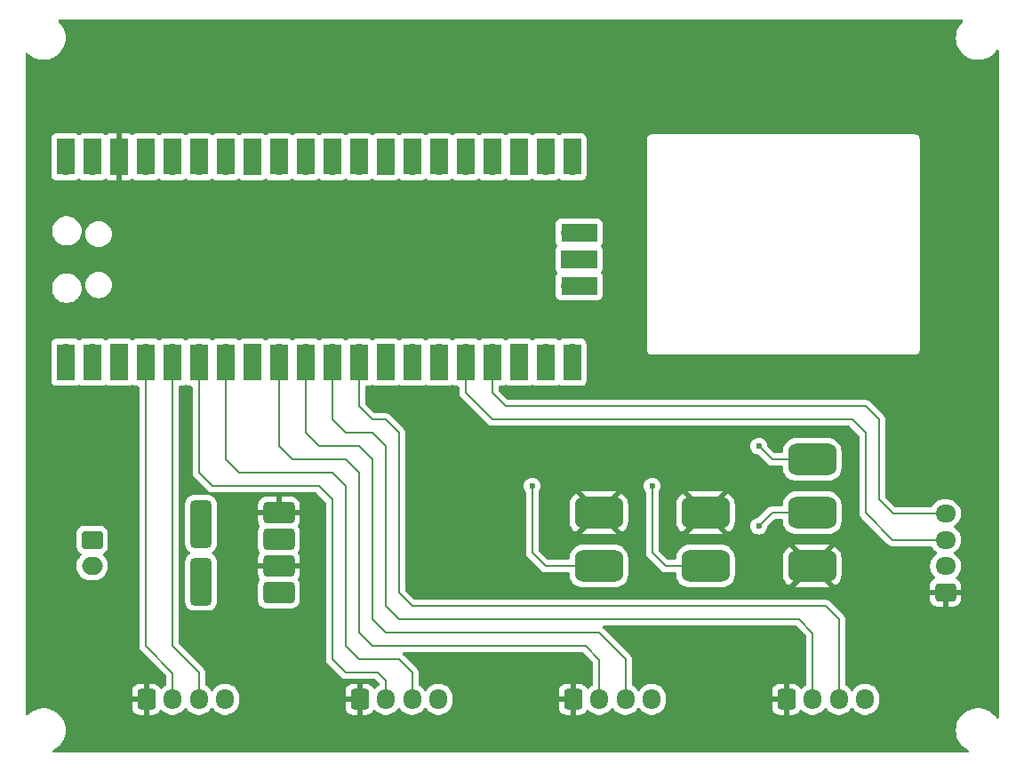
<source format=gbr>
%TF.GenerationSoftware,KiCad,Pcbnew,8.0.5*%
%TF.CreationDate,2025-02-28T15:20:49+09:00*%
%TF.ProjectId,PCB_Sim,5043425f-5369-46d2-9e6b-696361645f70,rev?*%
%TF.SameCoordinates,Original*%
%TF.FileFunction,Copper,L1,Top*%
%TF.FilePolarity,Positive*%
%FSLAX46Y46*%
G04 Gerber Fmt 4.6, Leading zero omitted, Abs format (unit mm)*
G04 Created by KiCad (PCBNEW 8.0.5) date 2025-02-28 15:20:49*
%MOMM*%
%LPD*%
G01*
G04 APERTURE LIST*
G04 Aperture macros list*
%AMRoundRect*
0 Rectangle with rounded corners*
0 $1 Rounding radius*
0 $2 $3 $4 $5 $6 $7 $8 $9 X,Y pos of 4 corners*
0 Add a 4 corners polygon primitive as box body*
4,1,4,$2,$3,$4,$5,$6,$7,$8,$9,$2,$3,0*
0 Add four circle primitives for the rounded corners*
1,1,$1+$1,$2,$3*
1,1,$1+$1,$4,$5*
1,1,$1+$1,$6,$7*
1,1,$1+$1,$8,$9*
0 Add four rect primitives between the rounded corners*
20,1,$1+$1,$2,$3,$4,$5,0*
20,1,$1+$1,$4,$5,$6,$7,0*
20,1,$1+$1,$6,$7,$8,$9,0*
20,1,$1+$1,$8,$9,$2,$3,0*%
G04 Aperture macros list end*
%TA.AperFunction,ComponentPad*%
%ADD10RoundRect,0.250000X-0.600000X-0.725000X0.600000X-0.725000X0.600000X0.725000X-0.600000X0.725000X0*%
%TD*%
%TA.AperFunction,ComponentPad*%
%ADD11O,1.700000X1.950000*%
%TD*%
%TA.AperFunction,SMDPad,CuDef*%
%ADD12RoundRect,0.762000X-1.524000X-0.762000X1.524000X-0.762000X1.524000X0.762000X-1.524000X0.762000X0*%
%TD*%
%TA.AperFunction,ComponentPad*%
%ADD13RoundRect,0.250000X-0.750000X0.600000X-0.750000X-0.600000X0.750000X-0.600000X0.750000X0.600000X0*%
%TD*%
%TA.AperFunction,ComponentPad*%
%ADD14O,2.000000X1.700000*%
%TD*%
%TA.AperFunction,ComponentPad*%
%ADD15RoundRect,0.328084X1.171916X0.671916X-1.171916X0.671916X-1.171916X-0.671916X1.171916X-0.671916X0*%
%TD*%
%TA.AperFunction,ComponentPad*%
%ADD16RoundRect,0.328084X0.671916X1.921916X-0.671916X1.921916X-0.671916X-1.921916X0.671916X-1.921916X0*%
%TD*%
%TA.AperFunction,ComponentPad*%
%ADD17O,1.700000X1.700000*%
%TD*%
%TA.AperFunction,SMDPad,CuDef*%
%ADD18R,1.700000X3.500000*%
%TD*%
%TA.AperFunction,ComponentPad*%
%ADD19R,1.700000X1.700000*%
%TD*%
%TA.AperFunction,SMDPad,CuDef*%
%ADD20R,3.500000X1.700000*%
%TD*%
%TA.AperFunction,ComponentPad*%
%ADD21RoundRect,0.250000X0.725000X-0.600000X0.725000X0.600000X-0.725000X0.600000X-0.725000X-0.600000X0*%
%TD*%
%TA.AperFunction,ComponentPad*%
%ADD22O,1.950000X1.700000*%
%TD*%
%TA.AperFunction,ViaPad*%
%ADD23C,0.600000*%
%TD*%
%TA.AperFunction,Conductor*%
%ADD24C,0.200000*%
%TD*%
G04 APERTURE END LIST*
D10*
%TO.P,J3,1,Pin_1*%
%TO.N,/GND*%
X134700000Y-116840000D03*
D11*
%TO.P,J3,2,Pin_2*%
%TO.N,/CLK2*%
X137200000Y-116840000D03*
%TO.P,J3,3,Pin_3*%
%TO.N,/DAT2*%
X139700000Y-116840000D03*
%TO.P,J3,4,Pin_4*%
%TO.N,/5V*%
X142200000Y-116840000D03*
%TD*%
D12*
%TO.P,D1,1,K*%
%TO.N,/GND*%
X167640000Y-99060000D03*
%TO.P,D1,2,A*%
%TO.N,/READY_LED*%
X167640000Y-104140000D03*
%TD*%
%TO.P,RV1,1,1*%
%TO.N,/O_SPK*%
X177800000Y-93980000D03*
%TO.P,RV1,2,2*%
%TO.N,Net-(PAM1-in+)*%
X177800000Y-99060000D03*
%TO.P,RV1,3,3*%
%TO.N,/GND*%
X177800000Y-104140000D03*
%TD*%
D13*
%TO.P,J6,1,Pin_1*%
%TO.N,/SPK-*%
X109220000Y-101640000D03*
D14*
%TO.P,J6,2,Pin_2*%
%TO.N,/SPK+*%
X109220000Y-104140000D03*
%TD*%
D15*
%TO.P,PAM1,1,+V*%
%TO.N,/5V*%
X127000000Y-106680000D03*
%TO.P,PAM1,2,GND*%
%TO.N,/GND*%
X127000000Y-104140000D03*
%TO.P,PAM1,3,in+*%
%TO.N,Net-(PAM1-in+)*%
X127000000Y-101600000D03*
%TO.P,PAM1,4,in-*%
%TO.N,/GND*%
X127000000Y-99060000D03*
D16*
%TO.P,PAM1,5,SPK+*%
%TO.N,/SPK+*%
X119600000Y-105630000D03*
%TO.P,PAM1,6,SPK-*%
%TO.N,/SPK-*%
X119600000Y-100130000D03*
%TD*%
D10*
%TO.P,J5,1,Pin_1*%
%TO.N,/GND*%
X175340000Y-116840000D03*
D11*
%TO.P,J5,2,Pin_2*%
%TO.N,/CLK4*%
X177840000Y-116840000D03*
%TO.P,J5,3,Pin_3*%
%TO.N,/DAT4*%
X180340000Y-116840000D03*
%TO.P,J5,4,Pin_4*%
%TO.N,/5V*%
X182840000Y-116840000D03*
%TD*%
D12*
%TO.P,SW1,1,A*%
%TO.N,/GND*%
X157480000Y-99060000D03*
%TO.P,SW1,2,B*%
%TO.N,/RESET_SW*%
X157480000Y-104140000D03*
%TD*%
D10*
%TO.P,J2,1,Pin_1*%
%TO.N,/GND*%
X114380000Y-116840000D03*
D11*
%TO.P,J2,2,Pin_2*%
%TO.N,/CLK1*%
X116880000Y-116840000D03*
%TO.P,J2,3,Pin_3*%
%TO.N,/DAT1*%
X119380000Y-116840000D03*
%TO.P,J2,4,Pin_4*%
%TO.N,/5V*%
X121880000Y-116840000D03*
%TD*%
D10*
%TO.P,J4,1,Pin_1*%
%TO.N,/GND*%
X155020000Y-116840000D03*
D11*
%TO.P,J4,2,Pin_2*%
%TO.N,/CLK3*%
X157520000Y-116840000D03*
%TO.P,J4,3,Pin_3*%
%TO.N,/DAT3*%
X160020000Y-116840000D03*
%TO.P,J4,4,Pin_4*%
%TO.N,/5V*%
X162520000Y-116840000D03*
%TD*%
D17*
%TO.P,U1,1,GPIO0*%
%TO.N,unconnected-(U1-GPIO0-Pad1)*%
X106680000Y-83820000D03*
D18*
%TO.N,unconnected-(U1-GPIO0-Pad1)_1*%
X106680000Y-84720000D03*
D17*
%TO.P,U1,2,GPIO1*%
%TO.N,unconnected-(U1-GPIO1-Pad2)_1*%
X109220000Y-83820000D03*
D18*
%TO.N,unconnected-(U1-GPIO1-Pad2)*%
X109220000Y-84720000D03*
D19*
%TO.P,U1,3,GND*%
%TO.N,unconnected-(U1-GND-Pad3)_1*%
X111760000Y-83820000D03*
D18*
%TO.N,unconnected-(U1-GND-Pad3)*%
X111760000Y-84720000D03*
D17*
%TO.P,U1,4,GPIO2*%
%TO.N,/CLK1*%
X114300000Y-83820000D03*
D18*
X114300000Y-84720000D03*
D17*
%TO.P,U1,5,GPIO3*%
%TO.N,/DAT1*%
X116840000Y-83820000D03*
D18*
X116840000Y-84720000D03*
D17*
%TO.P,U1,6,GPIO4*%
%TO.N,/CLK2*%
X119380000Y-83820000D03*
D18*
X119380000Y-84720000D03*
D17*
%TO.P,U1,7,GPIO5*%
%TO.N,/DAT2*%
X121920000Y-83820000D03*
D18*
X121920000Y-84720000D03*
D19*
%TO.P,U1,8,GND*%
%TO.N,unconnected-(U1-GND-Pad8)*%
X124460000Y-83820000D03*
D18*
%TO.N,unconnected-(U1-GND-Pad8)_1*%
X124460000Y-84720000D03*
D17*
%TO.P,U1,9,GPIO6*%
%TO.N,/CLK3*%
X127000000Y-83820000D03*
D18*
X127000000Y-84720000D03*
D17*
%TO.P,U1,10,GPIO7*%
%TO.N,/DAT3*%
X129540000Y-83820000D03*
D18*
X129540000Y-84720000D03*
D17*
%TO.P,U1,11,GPIO8*%
%TO.N,/CLK4*%
X132080000Y-83820000D03*
D18*
X132080000Y-84720000D03*
D17*
%TO.P,U1,12,GPIO9*%
%TO.N,/DAT4*%
X134620000Y-83820000D03*
D18*
X134620000Y-84720000D03*
D19*
%TO.P,U1,13,GND*%
%TO.N,unconnected-(U1-GND-Pad13)*%
X137160000Y-83820000D03*
D18*
%TO.N,unconnected-(U1-GND-Pad13)_1*%
X137160000Y-84720000D03*
D17*
%TO.P,U1,14,GPIO10*%
%TO.N,unconnected-(U1-GPIO10-Pad14)_1*%
X139700000Y-83820000D03*
D18*
%TO.N,unconnected-(U1-GPIO10-Pad14)*%
X139700000Y-84720000D03*
D17*
%TO.P,U1,15,GPIO11*%
%TO.N,unconnected-(U1-GPIO11-Pad15)_1*%
X142240000Y-83820000D03*
D18*
%TO.N,unconnected-(U1-GPIO11-Pad15)*%
X142240000Y-84720000D03*
D17*
%TO.P,U1,16,GPIO12*%
%TO.N,/PTMR*%
X144780000Y-83820000D03*
D18*
X144780000Y-84720000D03*
D17*
%TO.P,U1,17,GPIO13*%
%TO.N,/PRMT*%
X147320000Y-83820000D03*
D18*
X147320000Y-84720000D03*
D19*
%TO.P,U1,18,GND*%
%TO.N,unconnected-(U1-GND-Pad18)_1*%
X149860000Y-83820000D03*
D18*
%TO.N,unconnected-(U1-GND-Pad18)*%
X149860000Y-84720000D03*
D17*
%TO.P,U1,19,GPIO14*%
%TO.N,unconnected-(U1-GPIO14-Pad19)_1*%
X152400000Y-83820000D03*
D18*
%TO.N,unconnected-(U1-GPIO14-Pad19)*%
X152400000Y-84720000D03*
D17*
%TO.P,U1,20,GPIO15*%
%TO.N,unconnected-(U1-GPIO15-Pad20)_1*%
X154940000Y-83820000D03*
D18*
%TO.N,unconnected-(U1-GPIO15-Pad20)*%
X154940000Y-84720000D03*
D17*
%TO.P,U1,21,GPIO16*%
%TO.N,unconnected-(U1-GPIO16-Pad21)*%
X154940000Y-66040000D03*
D18*
%TO.N,unconnected-(U1-GPIO16-Pad21)_1*%
X154940000Y-65140000D03*
D17*
%TO.P,U1,22,GPIO17*%
%TO.N,unconnected-(U1-GPIO17-Pad22)_1*%
X152400000Y-66040000D03*
D18*
%TO.N,unconnected-(U1-GPIO17-Pad22)*%
X152400000Y-65140000D03*
D19*
%TO.P,U1,23,GND*%
%TO.N,unconnected-(U1-GND-Pad23)_1*%
X149860000Y-66040000D03*
D18*
%TO.N,unconnected-(U1-GND-Pad23)*%
X149860000Y-65140000D03*
D17*
%TO.P,U1,24,GPIO18*%
%TO.N,unconnected-(U1-GPIO18-Pad24)*%
X147320000Y-66040000D03*
D18*
%TO.N,unconnected-(U1-GPIO18-Pad24)_1*%
X147320000Y-65140000D03*
D17*
%TO.P,U1,25,GPIO19*%
%TO.N,unconnected-(U1-GPIO19-Pad25)_1*%
X144780000Y-66040000D03*
D18*
%TO.N,unconnected-(U1-GPIO19-Pad25)*%
X144780000Y-65140000D03*
D17*
%TO.P,U1,26,GPIO20*%
%TO.N,unconnected-(U1-GPIO20-Pad26)*%
X142240000Y-66040000D03*
D18*
%TO.N,unconnected-(U1-GPIO20-Pad26)_1*%
X142240000Y-65140000D03*
D17*
%TO.P,U1,27,GPIO21*%
%TO.N,/O_SPK*%
X139700000Y-66040000D03*
D18*
X139700000Y-65140000D03*
D19*
%TO.P,U1,28,GND*%
%TO.N,unconnected-(U1-GND-Pad28)_1*%
X137160000Y-66040000D03*
D18*
%TO.N,unconnected-(U1-GND-Pad28)*%
X137160000Y-65140000D03*
D17*
%TO.P,U1,29,GPIO22*%
%TO.N,/READY_LED*%
X134620000Y-66040000D03*
D18*
X134620000Y-65140000D03*
D17*
%TO.P,U1,30,RUN*%
%TO.N,/RESET_SW*%
X132080000Y-66040000D03*
D18*
X132080000Y-65140000D03*
D17*
%TO.P,U1,31,GPIO26_ADC0*%
%TO.N,unconnected-(U1-GPIO26_ADC0-Pad31)_1*%
X129540000Y-66040000D03*
D18*
%TO.N,unconnected-(U1-GPIO26_ADC0-Pad31)*%
X129540000Y-65140000D03*
D17*
%TO.P,U1,32,GPIO27_ADC1*%
%TO.N,unconnected-(U1-GPIO27_ADC1-Pad32)*%
X127000000Y-66040000D03*
D18*
%TO.N,unconnected-(U1-GPIO27_ADC1-Pad32)_1*%
X127000000Y-65140000D03*
D19*
%TO.P,U1,33,AGND*%
%TO.N,unconnected-(U1-AGND-Pad33)_1*%
X124460000Y-66040000D03*
D18*
%TO.N,unconnected-(U1-AGND-Pad33)*%
X124460000Y-65140000D03*
D17*
%TO.P,U1,34,GPIO28_ADC2*%
%TO.N,unconnected-(U1-GPIO28_ADC2-Pad34)*%
X121920000Y-66040000D03*
D18*
%TO.N,unconnected-(U1-GPIO28_ADC2-Pad34)_1*%
X121920000Y-65140000D03*
D17*
%TO.P,U1,35,ADC_VREF*%
%TO.N,unconnected-(U1-ADC_VREF-Pad35)_1*%
X119380000Y-66040000D03*
D18*
%TO.N,unconnected-(U1-ADC_VREF-Pad35)*%
X119380000Y-65140000D03*
D17*
%TO.P,U1,36,3V3*%
%TO.N,unconnected-(U1-3V3-Pad36)*%
X116840000Y-66040000D03*
D18*
%TO.N,unconnected-(U1-3V3-Pad36)_1*%
X116840000Y-65140000D03*
D17*
%TO.P,U1,37,3V3_EN*%
%TO.N,unconnected-(U1-3V3_EN-Pad37)_1*%
X114300000Y-66040000D03*
D18*
%TO.N,unconnected-(U1-3V3_EN-Pad37)*%
X114300000Y-65140000D03*
D19*
%TO.P,U1,38,GND*%
%TO.N,/GND*%
X111760000Y-66040000D03*
D18*
X111760000Y-65140000D03*
D17*
%TO.P,U1,39,VSYS*%
%TO.N,unconnected-(U1-VSYS-Pad39)_1*%
X109220000Y-66040000D03*
D18*
%TO.N,unconnected-(U1-VSYS-Pad39)*%
X109220000Y-65140000D03*
D17*
%TO.P,U1,40,VBUS*%
%TO.N,/5V*%
X106680000Y-66040000D03*
D18*
X106680000Y-65140000D03*
D17*
%TO.P,U1,41,SWCLK*%
%TO.N,unconnected-(U1-SWCLK-Pad41)_1*%
X154710000Y-77470000D03*
D20*
%TO.N,unconnected-(U1-SWCLK-Pad41)*%
X155610000Y-77470000D03*
D19*
%TO.P,U1,42,GND*%
%TO.N,unconnected-(U1-GND-Pad42)_1*%
X154710000Y-74930000D03*
D20*
%TO.N,unconnected-(U1-GND-Pad42)*%
X155610000Y-74930000D03*
D17*
%TO.P,U1,43,SWDIO*%
%TO.N,unconnected-(U1-SWDIO-Pad43)_1*%
X154710000Y-72390000D03*
D20*
%TO.N,unconnected-(U1-SWDIO-Pad43)*%
X155610000Y-72390000D03*
%TD*%
D21*
%TO.P,J1,1,Pin_1*%
%TO.N,/GND*%
X190500000Y-106640000D03*
D22*
%TO.P,J1,2,Pin_2*%
%TO.N,/5V*%
X190500000Y-104140000D03*
%TO.P,J1,3,Pin_3*%
%TO.N,/PTMR*%
X190500000Y-101640000D03*
%TO.P,J1,4,Pin_4*%
%TO.N,/PRMT*%
X190500000Y-99140000D03*
%TD*%
D23*
%TO.N,/RESET_SW*%
X151130000Y-96520000D03*
%TO.N,/O_SPK*%
X172720000Y-92710000D03*
%TO.N,/READY_LED*%
X162560000Y-96520000D03*
%TO.N,Net-(PAM1-in+)*%
X172720000Y-100330000D03*
%TD*%
D24*
%TO.N,/CLK2*%
X137200000Y-115051875D02*
X136448125Y-114300000D01*
X132080000Y-113030000D02*
X132080000Y-97790000D01*
X132080000Y-97790000D02*
X130810000Y-96520000D01*
X120650000Y-96520000D02*
X119380000Y-95250000D01*
X119380000Y-95250000D02*
X119380000Y-83820000D01*
X130810000Y-96520000D02*
X120650000Y-96520000D01*
X136448125Y-114300000D02*
X133350000Y-114300000D01*
X137200000Y-116840000D02*
X137200000Y-115051875D01*
X133350000Y-114300000D02*
X132080000Y-113030000D01*
%TO.N,/PTMR*%
X147320000Y-90170000D02*
X181610000Y-90170000D01*
X182880000Y-99060000D02*
X185460000Y-101640000D01*
X185460000Y-101640000D02*
X190500000Y-101640000D01*
X181610000Y-90170000D02*
X182880000Y-91440000D01*
X144780000Y-83820000D02*
X144780000Y-87630000D01*
X182880000Y-91440000D02*
X182880000Y-99060000D01*
X144780000Y-87630000D02*
X147320000Y-90170000D01*
%TO.N,/RESET_SW*%
X152400000Y-104140000D02*
X157480000Y-104140000D01*
X151130000Y-96520000D02*
X151130000Y-102870000D01*
X151130000Y-102870000D02*
X152400000Y-104140000D01*
%TO.N,/CLK3*%
X134620000Y-95250000D02*
X133350000Y-93980000D01*
X133350000Y-93980000D02*
X128270000Y-93980000D01*
X135890000Y-111760000D02*
X134620000Y-110490000D01*
X127000000Y-92710000D02*
X127000000Y-83820000D01*
X134620000Y-110490000D02*
X134620000Y-95250000D01*
X157520000Y-116840000D02*
X157520000Y-113070000D01*
X156210000Y-111760000D02*
X135890000Y-111760000D01*
X128270000Y-93980000D02*
X127000000Y-92710000D01*
X157520000Y-113070000D02*
X156210000Y-111760000D01*
%TO.N,/O_SPK*%
X173990000Y-93980000D02*
X177800000Y-93980000D01*
X172720000Y-92710000D02*
X173990000Y-93980000D01*
%TO.N,/5V*%
X162520000Y-116840000D02*
X162520000Y-116880000D01*
%TO.N,/DAT2*%
X133350000Y-96520000D02*
X132080000Y-95250000D01*
X123190000Y-95250000D02*
X121920000Y-93980000D01*
X138430000Y-113030000D02*
X134620000Y-113030000D01*
X134620000Y-113030000D02*
X133350000Y-111760000D01*
X133350000Y-111760000D02*
X133350000Y-96520000D01*
X121920000Y-93980000D02*
X121920000Y-83820000D01*
X139700000Y-116840000D02*
X139700000Y-114300000D01*
X139700000Y-114300000D02*
X138430000Y-113030000D01*
X132080000Y-95250000D02*
X123190000Y-95250000D01*
%TO.N,/CLK1*%
X116880000Y-116840000D02*
X116880000Y-114340000D01*
X116880000Y-114340000D02*
X114300000Y-111760000D01*
X114300000Y-111760000D02*
X114300000Y-83820000D01*
%TO.N,/PRMT*%
X147320000Y-87630000D02*
X148590000Y-88900000D01*
X147320000Y-83820000D02*
X147320000Y-87630000D01*
X185500000Y-99140000D02*
X190500000Y-99140000D01*
X182880000Y-88900000D02*
X184150000Y-90170000D01*
X148590000Y-88900000D02*
X182880000Y-88900000D01*
X184150000Y-90170000D02*
X184150000Y-97790000D01*
X184150000Y-97790000D02*
X185500000Y-99140000D01*
%TO.N,/CLK4*%
X176530000Y-109220000D02*
X177840000Y-110530000D01*
X132080000Y-83820000D02*
X132080000Y-90170000D01*
X138430000Y-109220000D02*
X176530000Y-109220000D01*
X137160000Y-92710000D02*
X137160000Y-107950000D01*
X135890000Y-91440000D02*
X137160000Y-92710000D01*
X133350000Y-91440000D02*
X135890000Y-91440000D01*
X132080000Y-90170000D02*
X133350000Y-91440000D01*
X137160000Y-107950000D02*
X138430000Y-109220000D01*
X177840000Y-110530000D02*
X177840000Y-116840000D01*
%TO.N,/READY_LED*%
X162560000Y-102870000D02*
X163830000Y-104140000D01*
X163830000Y-104140000D02*
X167640000Y-104140000D01*
X162560000Y-96520000D02*
X162560000Y-102870000D01*
%TO.N,/DAT4*%
X134620000Y-88900000D02*
X134620000Y-83820000D01*
X138430000Y-91440000D02*
X137160000Y-90170000D01*
X180340000Y-116840000D02*
X180340000Y-109220000D01*
X137160000Y-90170000D02*
X135890000Y-90170000D01*
X179070000Y-107950000D02*
X139700000Y-107950000D01*
X135890000Y-90170000D02*
X134620000Y-88900000D01*
X139700000Y-107950000D02*
X138430000Y-106680000D01*
X138430000Y-106680000D02*
X138430000Y-91440000D01*
X180340000Y-109220000D02*
X179070000Y-107950000D01*
%TO.N,/DAT3*%
X160020000Y-116840000D02*
X160020000Y-113030000D01*
X137160000Y-110490000D02*
X135890000Y-109220000D01*
X160020000Y-113030000D02*
X157480000Y-110490000D01*
X135890000Y-93980000D02*
X134620000Y-92710000D01*
X157480000Y-110490000D02*
X137160000Y-110490000D01*
X130810000Y-92710000D02*
X129540000Y-91440000D01*
X134620000Y-92710000D02*
X130810000Y-92710000D01*
X135890000Y-109220000D02*
X135890000Y-93980000D01*
X129540000Y-91440000D02*
X129540000Y-83820000D01*
%TO.N,/DAT1*%
X119380000Y-116840000D02*
X119380000Y-114300000D01*
X116840000Y-111760000D02*
X116840000Y-83820000D01*
X119380000Y-114300000D02*
X116840000Y-111760000D01*
%TO.N,Net-(PAM1-in+)*%
X172720000Y-100330000D02*
X173990000Y-99060000D01*
X173990000Y-99060000D02*
X177800000Y-99060000D01*
%TD*%
%TA.AperFunction,Conductor*%
%TO.N,/GND*%
G36*
X192123164Y-52089685D02*
G01*
X192168919Y-52142489D01*
X192178863Y-52211647D01*
X192149838Y-52275203D01*
X192146748Y-52278637D01*
X191966812Y-52471299D01*
X191801098Y-52706064D01*
X191668894Y-52961206D01*
X191572667Y-53231962D01*
X191572666Y-53231965D01*
X191514201Y-53513319D01*
X191494592Y-53800000D01*
X191514201Y-54086680D01*
X191572666Y-54368034D01*
X191572667Y-54368037D01*
X191668894Y-54638793D01*
X191668893Y-54638793D01*
X191801098Y-54893935D01*
X191966812Y-55128700D01*
X192051923Y-55219831D01*
X192162947Y-55338708D01*
X192163896Y-55339480D01*
X192385853Y-55520055D01*
X192631382Y-55669365D01*
X192818237Y-55750526D01*
X192894942Y-55783844D01*
X193171642Y-55861371D01*
X193421920Y-55895771D01*
X193456321Y-55900500D01*
X193456322Y-55900500D01*
X193743679Y-55900500D01*
X193774370Y-55896281D01*
X194028358Y-55861371D01*
X194305058Y-55783844D01*
X194418015Y-55734779D01*
X194568617Y-55669365D01*
X194568620Y-55669363D01*
X194568625Y-55669361D01*
X194814147Y-55520055D01*
X195037053Y-55338708D01*
X195233189Y-55128698D01*
X195354696Y-54956559D01*
X195409437Y-54913143D01*
X195478962Y-54906214D01*
X195541197Y-54937972D01*
X195576382Y-54998336D01*
X195580000Y-55028069D01*
X195580000Y-118571930D01*
X195560315Y-118638969D01*
X195507511Y-118684724D01*
X195438353Y-118694668D01*
X195374797Y-118665643D01*
X195354695Y-118643438D01*
X195233187Y-118471299D01*
X195146155Y-118378112D01*
X195037053Y-118261292D01*
X194814147Y-118079945D01*
X194814146Y-118079944D01*
X194568617Y-117930634D01*
X194305063Y-117816158D01*
X194305061Y-117816157D01*
X194305058Y-117816156D01*
X194175578Y-117779877D01*
X194028364Y-117738630D01*
X194028359Y-117738629D01*
X194028358Y-117738629D01*
X193876069Y-117717697D01*
X193743679Y-117699500D01*
X193743678Y-117699500D01*
X193456322Y-117699500D01*
X193456321Y-117699500D01*
X193171642Y-117738629D01*
X193171635Y-117738630D01*
X192963861Y-117796845D01*
X192894942Y-117816156D01*
X192894939Y-117816156D01*
X192894936Y-117816158D01*
X192894935Y-117816158D01*
X192631382Y-117930634D01*
X192385853Y-118079944D01*
X192162950Y-118261289D01*
X191966812Y-118471299D01*
X191801098Y-118706064D01*
X191668894Y-118961206D01*
X191572667Y-119231962D01*
X191572666Y-119231965D01*
X191514201Y-119513319D01*
X191494592Y-119800000D01*
X191514201Y-120086680D01*
X191572666Y-120368034D01*
X191572667Y-120368037D01*
X191668894Y-120638793D01*
X191668893Y-120638793D01*
X191801098Y-120893935D01*
X191966812Y-121128700D01*
X192051923Y-121219831D01*
X192162947Y-121338708D01*
X192385853Y-121520055D01*
X192631375Y-121669361D01*
X192631380Y-121669363D01*
X192661084Y-121682266D01*
X192714731Y-121727029D01*
X192735660Y-121793691D01*
X192717228Y-121861085D01*
X192665285Y-121907815D01*
X192611682Y-121920000D01*
X105588318Y-121920000D01*
X105521279Y-121900315D01*
X105475524Y-121847511D01*
X105465580Y-121778353D01*
X105494605Y-121714797D01*
X105538916Y-121682266D01*
X105553623Y-121675877D01*
X105568625Y-121669361D01*
X105814147Y-121520055D01*
X106037053Y-121338708D01*
X106233189Y-121128698D01*
X106398901Y-120893936D01*
X106531104Y-120638797D01*
X106627334Y-120368032D01*
X106685798Y-120086686D01*
X106705408Y-119800000D01*
X106685798Y-119513314D01*
X106627334Y-119231968D01*
X106531105Y-118961206D01*
X106531106Y-118961206D01*
X106398901Y-118706064D01*
X106233187Y-118471299D01*
X106146155Y-118378112D01*
X106037053Y-118261292D01*
X105814147Y-118079945D01*
X105814146Y-118079944D01*
X105568617Y-117930634D01*
X105305063Y-117816158D01*
X105305061Y-117816157D01*
X105305058Y-117816156D01*
X105175578Y-117779877D01*
X105028364Y-117738630D01*
X105028359Y-117738629D01*
X105028358Y-117738629D01*
X104876069Y-117717697D01*
X104743679Y-117699500D01*
X104743678Y-117699500D01*
X104456322Y-117699500D01*
X104456321Y-117699500D01*
X104171642Y-117738629D01*
X104171635Y-117738630D01*
X103963861Y-117796845D01*
X103894942Y-117816156D01*
X103894939Y-117816156D01*
X103894936Y-117816158D01*
X103894935Y-117816158D01*
X103631382Y-117930634D01*
X103385853Y-118079944D01*
X103162950Y-118261289D01*
X103084623Y-118345156D01*
X103024479Y-118380715D01*
X102954658Y-118378112D01*
X102897327Y-118338175D01*
X102870690Y-118273582D01*
X102870000Y-118260519D01*
X102870000Y-100989983D01*
X107719500Y-100989983D01*
X107719500Y-102290001D01*
X107719501Y-102290018D01*
X107730000Y-102392796D01*
X107730001Y-102392799D01*
X107785185Y-102559331D01*
X107785187Y-102559336D01*
X107789263Y-102565944D01*
X107853508Y-102670103D01*
X107877289Y-102708657D01*
X108001344Y-102832712D01*
X108156120Y-102928178D01*
X108202845Y-102980126D01*
X108214068Y-103049088D01*
X108186224Y-103113171D01*
X108178706Y-103121398D01*
X108039889Y-103260215D01*
X107914951Y-103432179D01*
X107818444Y-103621585D01*
X107752753Y-103823760D01*
X107751291Y-103832993D01*
X107719500Y-104033713D01*
X107719500Y-104246287D01*
X107752754Y-104456243D01*
X107768396Y-104504385D01*
X107818444Y-104658414D01*
X107914951Y-104847820D01*
X108039890Y-105019786D01*
X108190213Y-105170109D01*
X108362179Y-105295048D01*
X108362181Y-105295049D01*
X108362184Y-105295051D01*
X108551588Y-105391557D01*
X108753757Y-105457246D01*
X108963713Y-105490500D01*
X108963714Y-105490500D01*
X109476286Y-105490500D01*
X109476287Y-105490500D01*
X109686243Y-105457246D01*
X109888412Y-105391557D01*
X110077816Y-105295051D01*
X110099789Y-105279086D01*
X110249786Y-105170109D01*
X110249788Y-105170106D01*
X110249792Y-105170104D01*
X110400104Y-105019792D01*
X110400106Y-105019788D01*
X110400109Y-105019786D01*
X110525048Y-104847820D01*
X110525047Y-104847820D01*
X110525051Y-104847816D01*
X110621557Y-104658412D01*
X110687246Y-104456243D01*
X110720500Y-104246287D01*
X110720500Y-104033713D01*
X110687246Y-103823757D01*
X110621557Y-103621588D01*
X110525051Y-103432184D01*
X110525049Y-103432181D01*
X110525048Y-103432179D01*
X110400109Y-103260213D01*
X110261294Y-103121398D01*
X110227809Y-103060075D01*
X110232793Y-102990383D01*
X110274665Y-102934450D01*
X110283879Y-102928178D01*
X110289331Y-102924814D01*
X110289334Y-102924814D01*
X110438656Y-102832712D01*
X110562712Y-102708656D01*
X110654814Y-102559334D01*
X110709999Y-102392797D01*
X110720500Y-102290009D01*
X110720499Y-100989992D01*
X110717416Y-100959816D01*
X110709999Y-100887203D01*
X110709998Y-100887200D01*
X110699670Y-100856032D01*
X110654814Y-100720666D01*
X110562712Y-100571344D01*
X110438656Y-100447288D01*
X110338063Y-100385242D01*
X110289336Y-100355187D01*
X110289331Y-100355185D01*
X110287862Y-100354698D01*
X110122797Y-100300001D01*
X110122795Y-100300000D01*
X110020010Y-100289500D01*
X108419998Y-100289500D01*
X108419981Y-100289501D01*
X108317203Y-100300000D01*
X108317200Y-100300001D01*
X108150668Y-100355185D01*
X108150663Y-100355187D01*
X108001342Y-100447289D01*
X107877289Y-100571342D01*
X107785187Y-100720663D01*
X107785186Y-100720666D01*
X107730001Y-100887203D01*
X107730001Y-100887204D01*
X107730000Y-100887204D01*
X107719500Y-100989983D01*
X102870000Y-100989983D01*
X102870000Y-83819997D01*
X105324341Y-83819997D01*
X105324341Y-83820001D01*
X105329028Y-83873574D01*
X105329500Y-83884381D01*
X105329500Y-86517870D01*
X105329501Y-86517876D01*
X105335908Y-86577483D01*
X105386202Y-86712328D01*
X105386206Y-86712335D01*
X105472452Y-86827544D01*
X105472455Y-86827547D01*
X105587664Y-86913793D01*
X105587671Y-86913797D01*
X105722517Y-86964091D01*
X105722516Y-86964091D01*
X105729444Y-86964835D01*
X105782127Y-86970500D01*
X107577872Y-86970499D01*
X107637483Y-86964091D01*
X107772331Y-86913796D01*
X107875690Y-86836421D01*
X107941152Y-86812004D01*
X108009425Y-86826855D01*
X108024303Y-86836416D01*
X108127665Y-86913793D01*
X108127668Y-86913795D01*
X108127671Y-86913797D01*
X108262517Y-86964091D01*
X108262516Y-86964091D01*
X108269444Y-86964835D01*
X108322127Y-86970500D01*
X110117872Y-86970499D01*
X110177483Y-86964091D01*
X110312331Y-86913796D01*
X110415690Y-86836421D01*
X110481152Y-86812004D01*
X110549425Y-86826855D01*
X110564303Y-86836416D01*
X110667665Y-86913793D01*
X110667668Y-86913795D01*
X110667671Y-86913797D01*
X110802517Y-86964091D01*
X110802516Y-86964091D01*
X110809444Y-86964835D01*
X110862127Y-86970500D01*
X112657872Y-86970499D01*
X112717483Y-86964091D01*
X112852331Y-86913796D01*
X112955690Y-86836421D01*
X113021152Y-86812004D01*
X113089425Y-86826855D01*
X113104303Y-86836416D01*
X113207665Y-86913793D01*
X113207668Y-86913795D01*
X113207671Y-86913797D01*
X113252618Y-86930561D01*
X113342517Y-86964091D01*
X113402127Y-86970500D01*
X113575500Y-86970499D01*
X113642539Y-86990183D01*
X113688294Y-87042987D01*
X113699500Y-87094499D01*
X113699500Y-111673330D01*
X113699499Y-111673348D01*
X113699499Y-111839054D01*
X113699498Y-111839054D01*
X113740423Y-111991785D01*
X113769358Y-112041900D01*
X113769359Y-112041904D01*
X113769360Y-112041904D01*
X113818087Y-112126304D01*
X113819479Y-112128714D01*
X113819481Y-112128717D01*
X113938349Y-112247585D01*
X113938355Y-112247590D01*
X116243181Y-114552416D01*
X116276666Y-114613739D01*
X116279500Y-114640097D01*
X116279500Y-115429281D01*
X116259815Y-115496320D01*
X116211795Y-115539765D01*
X116172185Y-115559947D01*
X116172184Y-115559948D01*
X116000215Y-115684889D01*
X115861035Y-115824069D01*
X115799712Y-115857553D01*
X115730020Y-115852569D01*
X115674087Y-115810697D01*
X115667815Y-115801484D01*
X115572315Y-115646654D01*
X115448345Y-115522684D01*
X115299124Y-115430643D01*
X115299119Y-115430641D01*
X115132697Y-115375494D01*
X115132690Y-115375493D01*
X115029986Y-115365000D01*
X114630000Y-115365000D01*
X114630000Y-116435854D01*
X114563343Y-116397370D01*
X114442535Y-116365000D01*
X114317465Y-116365000D01*
X114196657Y-116397370D01*
X114130000Y-116435854D01*
X114130000Y-115365000D01*
X113730028Y-115365000D01*
X113730012Y-115365001D01*
X113627302Y-115375494D01*
X113460880Y-115430641D01*
X113460875Y-115430643D01*
X113311654Y-115522684D01*
X113187684Y-115646654D01*
X113095643Y-115795875D01*
X113095641Y-115795880D01*
X113040494Y-115962302D01*
X113040493Y-115962309D01*
X113030000Y-116065013D01*
X113030000Y-116590000D01*
X113975854Y-116590000D01*
X113937370Y-116656657D01*
X113905000Y-116777465D01*
X113905000Y-116902535D01*
X113937370Y-117023343D01*
X113975854Y-117090000D01*
X113030001Y-117090000D01*
X113030001Y-117614986D01*
X113040494Y-117717697D01*
X113095641Y-117884119D01*
X113095643Y-117884124D01*
X113187684Y-118033345D01*
X113311654Y-118157315D01*
X113460875Y-118249356D01*
X113460880Y-118249358D01*
X113627302Y-118304505D01*
X113627309Y-118304506D01*
X113730019Y-118314999D01*
X114129999Y-118314999D01*
X114130000Y-118314998D01*
X114130000Y-117244145D01*
X114196657Y-117282630D01*
X114317465Y-117315000D01*
X114442535Y-117315000D01*
X114563343Y-117282630D01*
X114630000Y-117244145D01*
X114630000Y-118314999D01*
X115029972Y-118314999D01*
X115029986Y-118314998D01*
X115132697Y-118304505D01*
X115299119Y-118249358D01*
X115299124Y-118249356D01*
X115448345Y-118157315D01*
X115572317Y-118033343D01*
X115667815Y-117878516D01*
X115719763Y-117831791D01*
X115788725Y-117820568D01*
X115852808Y-117848412D01*
X115861035Y-117855931D01*
X116000213Y-117995109D01*
X116172179Y-118120048D01*
X116172181Y-118120049D01*
X116172184Y-118120051D01*
X116361588Y-118216557D01*
X116563757Y-118282246D01*
X116773713Y-118315500D01*
X116773714Y-118315500D01*
X116986286Y-118315500D01*
X116986287Y-118315500D01*
X117196243Y-118282246D01*
X117398412Y-118216557D01*
X117587816Y-118120051D01*
X117643019Y-118079944D01*
X117759786Y-117995109D01*
X117759788Y-117995106D01*
X117759792Y-117995104D01*
X117910104Y-117844792D01*
X118029683Y-117680204D01*
X118085011Y-117637540D01*
X118154624Y-117631561D01*
X118216420Y-117664166D01*
X118230313Y-117680199D01*
X118329091Y-117816156D01*
X118349896Y-117844792D01*
X118500213Y-117995109D01*
X118672179Y-118120048D01*
X118672181Y-118120049D01*
X118672184Y-118120051D01*
X118861588Y-118216557D01*
X119063757Y-118282246D01*
X119273713Y-118315500D01*
X119273714Y-118315500D01*
X119486286Y-118315500D01*
X119486287Y-118315500D01*
X119696243Y-118282246D01*
X119898412Y-118216557D01*
X120087816Y-118120051D01*
X120143019Y-118079944D01*
X120259786Y-117995109D01*
X120259788Y-117995106D01*
X120259792Y-117995104D01*
X120410104Y-117844792D01*
X120529683Y-117680204D01*
X120585011Y-117637540D01*
X120654624Y-117631561D01*
X120716420Y-117664166D01*
X120730313Y-117680199D01*
X120829091Y-117816156D01*
X120849896Y-117844792D01*
X121000213Y-117995109D01*
X121172179Y-118120048D01*
X121172181Y-118120049D01*
X121172184Y-118120051D01*
X121361588Y-118216557D01*
X121563757Y-118282246D01*
X121773713Y-118315500D01*
X121773714Y-118315500D01*
X121986286Y-118315500D01*
X121986287Y-118315500D01*
X122196243Y-118282246D01*
X122398412Y-118216557D01*
X122587816Y-118120051D01*
X122643019Y-118079944D01*
X122759786Y-117995109D01*
X122759788Y-117995106D01*
X122759792Y-117995104D01*
X122910104Y-117844792D01*
X122910106Y-117844788D01*
X122910109Y-117844786D01*
X123035048Y-117672820D01*
X123035047Y-117672820D01*
X123035051Y-117672816D01*
X123131557Y-117483412D01*
X123197246Y-117281243D01*
X123230500Y-117071287D01*
X123230500Y-116608713D01*
X123197246Y-116398757D01*
X123131557Y-116196588D01*
X123035051Y-116007184D01*
X123035049Y-116007181D01*
X123035048Y-116007179D01*
X122910109Y-115835213D01*
X122759786Y-115684890D01*
X122587820Y-115559951D01*
X122398414Y-115463444D01*
X122398413Y-115463443D01*
X122398412Y-115463443D01*
X122196243Y-115397754D01*
X122196241Y-115397753D01*
X122196240Y-115397753D01*
X122034957Y-115372208D01*
X121986287Y-115364500D01*
X121773713Y-115364500D01*
X121725042Y-115372208D01*
X121563760Y-115397753D01*
X121361585Y-115463444D01*
X121172179Y-115559951D01*
X121000213Y-115684890D01*
X120849894Y-115835209D01*
X120849890Y-115835214D01*
X120730318Y-115999793D01*
X120674989Y-116042459D01*
X120605375Y-116048438D01*
X120543580Y-116015833D01*
X120529682Y-115999793D01*
X120410109Y-115835214D01*
X120410105Y-115835209D01*
X120259786Y-115684890D01*
X120087815Y-115559948D01*
X120087814Y-115559947D01*
X120048205Y-115539765D01*
X119997409Y-115491791D01*
X119980500Y-115429281D01*
X119980500Y-114220945D01*
X119980500Y-114220943D01*
X119939577Y-114068216D01*
X119910638Y-114018092D01*
X119860524Y-113931290D01*
X119860521Y-113931286D01*
X119860520Y-113931284D01*
X119748716Y-113819480D01*
X119748715Y-113819479D01*
X119744385Y-113815149D01*
X119744374Y-113815139D01*
X117476819Y-111547584D01*
X117443334Y-111486261D01*
X117440500Y-111459903D01*
X117440500Y-98136033D01*
X118099500Y-98136033D01*
X118099500Y-102123968D01*
X118099501Y-102123971D01*
X118102243Y-102164431D01*
X118102243Y-102164432D01*
X118145741Y-102339338D01*
X118145741Y-102339339D01*
X118225814Y-102500792D01*
X118225816Y-102500794D01*
X118225817Y-102500796D01*
X118338732Y-102641268D01*
X118479204Y-102754183D01*
X118508902Y-102768912D01*
X118560214Y-102816333D01*
X118577743Y-102883968D01*
X118555924Y-102950343D01*
X118508902Y-102991088D01*
X118479204Y-103005816D01*
X118338732Y-103118731D01*
X118338731Y-103118732D01*
X118225816Y-103259205D01*
X118225814Y-103259207D01*
X118145741Y-103420660D01*
X118145741Y-103420661D01*
X118102244Y-103595561D01*
X118099500Y-103636033D01*
X118099500Y-107623968D01*
X118099501Y-107623971D01*
X118102243Y-107664431D01*
X118102243Y-107664432D01*
X118145741Y-107839338D01*
X118145741Y-107839339D01*
X118225814Y-108000792D01*
X118225816Y-108000794D01*
X118225817Y-108000796D01*
X118338732Y-108141268D01*
X118479204Y-108254183D01*
X118479205Y-108254183D01*
X118479207Y-108254185D01*
X118604460Y-108316304D01*
X118640665Y-108334260D01*
X118781462Y-108369274D01*
X118815561Y-108377755D01*
X118815562Y-108377755D01*
X118815566Y-108377756D01*
X118856031Y-108380500D01*
X120343968Y-108380499D01*
X120384434Y-108377756D01*
X120559335Y-108334260D01*
X120720796Y-108254183D01*
X120861268Y-108141268D01*
X120974183Y-108000796D01*
X121054260Y-107839335D01*
X121097756Y-107664434D01*
X121100500Y-107623969D01*
X121100499Y-103636032D01*
X121097756Y-103595566D01*
X121054260Y-103420665D01*
X121054258Y-103420660D01*
X120974185Y-103259207D01*
X120974183Y-103259205D01*
X120974183Y-103259204D01*
X120861268Y-103118732D01*
X120838587Y-103100500D01*
X120720795Y-103005816D01*
X120702267Y-102996627D01*
X120691098Y-102991088D01*
X120639785Y-102943668D01*
X120622255Y-102876033D01*
X120644075Y-102809658D01*
X120691098Y-102768911D01*
X120720796Y-102754183D01*
X120861268Y-102641268D01*
X120974183Y-102500796D01*
X121054260Y-102339335D01*
X121097756Y-102164434D01*
X121100500Y-102123969D01*
X121100500Y-100856033D01*
X124999500Y-100856033D01*
X124999500Y-102343968D01*
X124999501Y-102343971D01*
X125002243Y-102384431D01*
X125002243Y-102384432D01*
X125031141Y-102500631D01*
X125045740Y-102559335D01*
X125045740Y-102559336D01*
X125045741Y-102559338D01*
X125045741Y-102559339D01*
X125125814Y-102720792D01*
X125125816Y-102720795D01*
X125183624Y-102792711D01*
X125210283Y-102857295D01*
X125197793Y-102926039D01*
X125183625Y-102948085D01*
X125126240Y-103019475D01*
X125046212Y-103180837D01*
X125002742Y-103355628D01*
X125000000Y-103396072D01*
X125000000Y-103890000D01*
X126216988Y-103890000D01*
X126184075Y-103947007D01*
X126150000Y-104074174D01*
X126150000Y-104205826D01*
X126184075Y-104332993D01*
X126216988Y-104390000D01*
X125000001Y-104390000D01*
X125000001Y-104883933D01*
X125002741Y-104924363D01*
X125002741Y-104924365D01*
X125046212Y-105099162D01*
X125126240Y-105260524D01*
X125126244Y-105260530D01*
X125183624Y-105331914D01*
X125210283Y-105396498D01*
X125197792Y-105465242D01*
X125183625Y-105487288D01*
X125125813Y-105559209D01*
X125045741Y-105720660D01*
X125045741Y-105720661D01*
X125002244Y-105895561D01*
X124999500Y-105936033D01*
X124999500Y-107423968D01*
X124999501Y-107423971D01*
X125002243Y-107464431D01*
X125002243Y-107464432D01*
X125003499Y-107469481D01*
X125041918Y-107623968D01*
X125045741Y-107639338D01*
X125045741Y-107639339D01*
X125125814Y-107800792D01*
X125125816Y-107800794D01*
X125125817Y-107800796D01*
X125238732Y-107941268D01*
X125379204Y-108054183D01*
X125379205Y-108054183D01*
X125379207Y-108054185D01*
X125535713Y-108131804D01*
X125540665Y-108134260D01*
X125681462Y-108169274D01*
X125715561Y-108177755D01*
X125715562Y-108177755D01*
X125715566Y-108177756D01*
X125756031Y-108180500D01*
X128243968Y-108180499D01*
X128284434Y-108177756D01*
X128459335Y-108134260D01*
X128620796Y-108054183D01*
X128761268Y-107941268D01*
X128874183Y-107800796D01*
X128954260Y-107639335D01*
X128997756Y-107464434D01*
X129000500Y-107423969D01*
X129000499Y-105936032D01*
X128997756Y-105895566D01*
X128954260Y-105720665D01*
X128880358Y-105571654D01*
X128874185Y-105559207D01*
X128874183Y-105559205D01*
X128874183Y-105559204D01*
X128816374Y-105487287D01*
X128789716Y-105422704D01*
X128802206Y-105353960D01*
X128816375Y-105331913D01*
X128873759Y-105260525D01*
X128873759Y-105260524D01*
X128953787Y-105099162D01*
X128997257Y-104924371D01*
X129000000Y-104883927D01*
X129000000Y-104390000D01*
X127783012Y-104390000D01*
X127815925Y-104332993D01*
X127850000Y-104205826D01*
X127850000Y-104074174D01*
X127815925Y-103947007D01*
X127783012Y-103890000D01*
X128999999Y-103890000D01*
X128999999Y-103396073D01*
X128999998Y-103396066D01*
X128997258Y-103355636D01*
X128997258Y-103355634D01*
X128953787Y-103180837D01*
X128873759Y-103019475D01*
X128873755Y-103019469D01*
X128816375Y-102948085D01*
X128789716Y-102883501D01*
X128802206Y-102814757D01*
X128816368Y-102792720D01*
X128874183Y-102720796D01*
X128874184Y-102720792D01*
X128874186Y-102720791D01*
X128954258Y-102559339D01*
X128954260Y-102559335D01*
X128997756Y-102384434D01*
X129000500Y-102343969D01*
X129000499Y-100856032D01*
X128997756Y-100815566D01*
X128954260Y-100640665D01*
X128950982Y-100634055D01*
X128874185Y-100479207D01*
X128874183Y-100479205D01*
X128874183Y-100479204D01*
X128816374Y-100407287D01*
X128789716Y-100342704D01*
X128802206Y-100273960D01*
X128816375Y-100251913D01*
X128873759Y-100180525D01*
X128873759Y-100180524D01*
X128953787Y-100019162D01*
X128997257Y-99844371D01*
X129000000Y-99803927D01*
X129000000Y-99310000D01*
X127783012Y-99310000D01*
X127815925Y-99252993D01*
X127850000Y-99125826D01*
X127850000Y-98994174D01*
X127815925Y-98867007D01*
X127783012Y-98810000D01*
X128999999Y-98810000D01*
X128999999Y-98316073D01*
X128999998Y-98316066D01*
X128997258Y-98275636D01*
X128997258Y-98275634D01*
X128953787Y-98100837D01*
X128873759Y-97939475D01*
X128873755Y-97939469D01*
X128760913Y-97799087D01*
X128760912Y-97799086D01*
X128620530Y-97686244D01*
X128620524Y-97686240D01*
X128459162Y-97606212D01*
X128284371Y-97562742D01*
X128243928Y-97560000D01*
X127250000Y-97560000D01*
X127250000Y-98560000D01*
X126750000Y-98560000D01*
X126750000Y-97560000D01*
X125756073Y-97560000D01*
X125756066Y-97560001D01*
X125715636Y-97562741D01*
X125715634Y-97562741D01*
X125540837Y-97606212D01*
X125379475Y-97686240D01*
X125379469Y-97686244D01*
X125239087Y-97799086D01*
X125239086Y-97799087D01*
X125126244Y-97939469D01*
X125126240Y-97939475D01*
X125046212Y-98100837D01*
X125002742Y-98275628D01*
X125000000Y-98316072D01*
X125000000Y-98810000D01*
X126216988Y-98810000D01*
X126184075Y-98867007D01*
X126150000Y-98994174D01*
X126150000Y-99125826D01*
X126184075Y-99252993D01*
X126216988Y-99310000D01*
X125000001Y-99310000D01*
X125000001Y-99803933D01*
X125002741Y-99844363D01*
X125002741Y-99844365D01*
X125046212Y-100019162D01*
X125126240Y-100180524D01*
X125126244Y-100180530D01*
X125183624Y-100251914D01*
X125210283Y-100316498D01*
X125197792Y-100385242D01*
X125183625Y-100407288D01*
X125125813Y-100479209D01*
X125045741Y-100640660D01*
X125045741Y-100640661D01*
X125002244Y-100815561D01*
X124999500Y-100856033D01*
X121100500Y-100856033D01*
X121100499Y-98136032D01*
X121097756Y-98095566D01*
X121054260Y-97920665D01*
X121038280Y-97888444D01*
X120974185Y-97759207D01*
X120974183Y-97759205D01*
X120974183Y-97759204D01*
X120861268Y-97618732D01*
X120845692Y-97606212D01*
X120810078Y-97577584D01*
X120720796Y-97505817D01*
X120720794Y-97505816D01*
X120720792Y-97505814D01*
X120559338Y-97425741D01*
X120559336Y-97425740D01*
X120559335Y-97425740D01*
X120523770Y-97416895D01*
X120384438Y-97382244D01*
X120361311Y-97380676D01*
X120343969Y-97379500D01*
X120343966Y-97379500D01*
X118856031Y-97379500D01*
X118856028Y-97379501D01*
X118815568Y-97382243D01*
X118815567Y-97382243D01*
X118640661Y-97425741D01*
X118640660Y-97425741D01*
X118479207Y-97505814D01*
X118479205Y-97505816D01*
X118338732Y-97618731D01*
X118338731Y-97618732D01*
X118225816Y-97759205D01*
X118225814Y-97759207D01*
X118145741Y-97920660D01*
X118145741Y-97920661D01*
X118102244Y-98095561D01*
X118099500Y-98136033D01*
X117440500Y-98136033D01*
X117440500Y-87094499D01*
X117460185Y-87027460D01*
X117512989Y-86981705D01*
X117564500Y-86970499D01*
X117737871Y-86970499D01*
X117737872Y-86970499D01*
X117797483Y-86964091D01*
X117932331Y-86913796D01*
X118035690Y-86836421D01*
X118101152Y-86812004D01*
X118169425Y-86826855D01*
X118184303Y-86836416D01*
X118287665Y-86913793D01*
X118287668Y-86913795D01*
X118287671Y-86913797D01*
X118332618Y-86930561D01*
X118422517Y-86964091D01*
X118482127Y-86970500D01*
X118655500Y-86970499D01*
X118722539Y-86990183D01*
X118768294Y-87042987D01*
X118779500Y-87094499D01*
X118779500Y-95163330D01*
X118779499Y-95163348D01*
X118779499Y-95329054D01*
X118779498Y-95329054D01*
X118820423Y-95481785D01*
X118849358Y-95531900D01*
X118849359Y-95531904D01*
X118849360Y-95531904D01*
X118899479Y-95618714D01*
X118899481Y-95618717D01*
X119018349Y-95737585D01*
X119018355Y-95737590D01*
X120165139Y-96884374D01*
X120165149Y-96884385D01*
X120169479Y-96888715D01*
X120169480Y-96888716D01*
X120281284Y-97000520D01*
X120360064Y-97046003D01*
X120418215Y-97079577D01*
X120570942Y-97120500D01*
X120570943Y-97120500D01*
X130509903Y-97120500D01*
X130576942Y-97140185D01*
X130597584Y-97156819D01*
X131443181Y-98002416D01*
X131476666Y-98063739D01*
X131479500Y-98090097D01*
X131479500Y-112943330D01*
X131479499Y-112943348D01*
X131479499Y-113109054D01*
X131479498Y-113109054D01*
X131479499Y-113109057D01*
X131520423Y-113261785D01*
X131543517Y-113301785D01*
X131599477Y-113398712D01*
X131599481Y-113398717D01*
X131718349Y-113517585D01*
X131718355Y-113517590D01*
X132865139Y-114664374D01*
X132865149Y-114664385D01*
X132869479Y-114668715D01*
X132869480Y-114668716D01*
X132981284Y-114780520D01*
X133049822Y-114820090D01*
X133118215Y-114859577D01*
X133270942Y-114900500D01*
X133270943Y-114900500D01*
X136148028Y-114900500D01*
X136215067Y-114920185D01*
X136235709Y-114936819D01*
X136563181Y-115264291D01*
X136596666Y-115325614D01*
X136599500Y-115351972D01*
X136599500Y-115429281D01*
X136579815Y-115496320D01*
X136531795Y-115539765D01*
X136492185Y-115559947D01*
X136492184Y-115559948D01*
X136320215Y-115684889D01*
X136181035Y-115824069D01*
X136119712Y-115857553D01*
X136050020Y-115852569D01*
X135994087Y-115810697D01*
X135987815Y-115801484D01*
X135892315Y-115646654D01*
X135768345Y-115522684D01*
X135619124Y-115430643D01*
X135619119Y-115430641D01*
X135452697Y-115375494D01*
X135452690Y-115375493D01*
X135349986Y-115365000D01*
X134950000Y-115365000D01*
X134950000Y-116435854D01*
X134883343Y-116397370D01*
X134762535Y-116365000D01*
X134637465Y-116365000D01*
X134516657Y-116397370D01*
X134450000Y-116435854D01*
X134450000Y-115365000D01*
X134050028Y-115365000D01*
X134050012Y-115365001D01*
X133947302Y-115375494D01*
X133780880Y-115430641D01*
X133780875Y-115430643D01*
X133631654Y-115522684D01*
X133507684Y-115646654D01*
X133415643Y-115795875D01*
X133415641Y-115795880D01*
X133360494Y-115962302D01*
X133360493Y-115962309D01*
X133350000Y-116065013D01*
X133350000Y-116590000D01*
X134295854Y-116590000D01*
X134257370Y-116656657D01*
X134225000Y-116777465D01*
X134225000Y-116902535D01*
X134257370Y-117023343D01*
X134295854Y-117090000D01*
X133350001Y-117090000D01*
X133350001Y-117614986D01*
X133360494Y-117717697D01*
X133415641Y-117884119D01*
X133415643Y-117884124D01*
X133507684Y-118033345D01*
X133631654Y-118157315D01*
X133780875Y-118249356D01*
X133780880Y-118249358D01*
X133947302Y-118304505D01*
X133947309Y-118304506D01*
X134050019Y-118314999D01*
X134449999Y-118314999D01*
X134450000Y-118314998D01*
X134450000Y-117244145D01*
X134516657Y-117282630D01*
X134637465Y-117315000D01*
X134762535Y-117315000D01*
X134883343Y-117282630D01*
X134950000Y-117244145D01*
X134950000Y-118314999D01*
X135349972Y-118314999D01*
X135349986Y-118314998D01*
X135452697Y-118304505D01*
X135619119Y-118249358D01*
X135619124Y-118249356D01*
X135768345Y-118157315D01*
X135892317Y-118033343D01*
X135987815Y-117878516D01*
X136039763Y-117831791D01*
X136108725Y-117820568D01*
X136172808Y-117848412D01*
X136181035Y-117855931D01*
X136320213Y-117995109D01*
X136492179Y-118120048D01*
X136492181Y-118120049D01*
X136492184Y-118120051D01*
X136681588Y-118216557D01*
X136883757Y-118282246D01*
X137093713Y-118315500D01*
X137093714Y-118315500D01*
X137306286Y-118315500D01*
X137306287Y-118315500D01*
X137516243Y-118282246D01*
X137718412Y-118216557D01*
X137907816Y-118120051D01*
X137963019Y-118079944D01*
X138079786Y-117995109D01*
X138079788Y-117995106D01*
X138079792Y-117995104D01*
X138230104Y-117844792D01*
X138349683Y-117680204D01*
X138405011Y-117637540D01*
X138474624Y-117631561D01*
X138536420Y-117664166D01*
X138550313Y-117680199D01*
X138649091Y-117816156D01*
X138669896Y-117844792D01*
X138820213Y-117995109D01*
X138992179Y-118120048D01*
X138992181Y-118120049D01*
X138992184Y-118120051D01*
X139181588Y-118216557D01*
X139383757Y-118282246D01*
X139593713Y-118315500D01*
X139593714Y-118315500D01*
X139806286Y-118315500D01*
X139806287Y-118315500D01*
X140016243Y-118282246D01*
X140218412Y-118216557D01*
X140407816Y-118120051D01*
X140463019Y-118079944D01*
X140579786Y-117995109D01*
X140579788Y-117995106D01*
X140579792Y-117995104D01*
X140730104Y-117844792D01*
X140849683Y-117680204D01*
X140905011Y-117637540D01*
X140974624Y-117631561D01*
X141036420Y-117664166D01*
X141050313Y-117680199D01*
X141149091Y-117816156D01*
X141169896Y-117844792D01*
X141320213Y-117995109D01*
X141492179Y-118120048D01*
X141492181Y-118120049D01*
X141492184Y-118120051D01*
X141681588Y-118216557D01*
X141883757Y-118282246D01*
X142093713Y-118315500D01*
X142093714Y-118315500D01*
X142306286Y-118315500D01*
X142306287Y-118315500D01*
X142516243Y-118282246D01*
X142718412Y-118216557D01*
X142907816Y-118120051D01*
X142963019Y-118079944D01*
X143079786Y-117995109D01*
X143079788Y-117995106D01*
X143079792Y-117995104D01*
X143230104Y-117844792D01*
X143230106Y-117844788D01*
X143230109Y-117844786D01*
X143355048Y-117672820D01*
X143355047Y-117672820D01*
X143355051Y-117672816D01*
X143451557Y-117483412D01*
X143517246Y-117281243D01*
X143550500Y-117071287D01*
X143550500Y-116608713D01*
X143517246Y-116398757D01*
X143451557Y-116196588D01*
X143355051Y-116007184D01*
X143355049Y-116007181D01*
X143355048Y-116007179D01*
X143230109Y-115835213D01*
X143079786Y-115684890D01*
X142907820Y-115559951D01*
X142718414Y-115463444D01*
X142718413Y-115463443D01*
X142718412Y-115463443D01*
X142516243Y-115397754D01*
X142516241Y-115397753D01*
X142516240Y-115397753D01*
X142354957Y-115372208D01*
X142306287Y-115364500D01*
X142093713Y-115364500D01*
X142045042Y-115372208D01*
X141883760Y-115397753D01*
X141681585Y-115463444D01*
X141492179Y-115559951D01*
X141320213Y-115684890D01*
X141169894Y-115835209D01*
X141169890Y-115835214D01*
X141050318Y-115999793D01*
X140994989Y-116042459D01*
X140925375Y-116048438D01*
X140863580Y-116015833D01*
X140849682Y-115999793D01*
X140730109Y-115835214D01*
X140730105Y-115835209D01*
X140579786Y-115684890D01*
X140407815Y-115559948D01*
X140407814Y-115559947D01*
X140368205Y-115539765D01*
X140317409Y-115491791D01*
X140300500Y-115429281D01*
X140300500Y-114220945D01*
X140300500Y-114220943D01*
X140259577Y-114068216D01*
X140259577Y-114068215D01*
X140259577Y-114068214D01*
X140230639Y-114018095D01*
X140230637Y-114018092D01*
X140184602Y-113938355D01*
X140180520Y-113931284D01*
X140068716Y-113819480D01*
X140068715Y-113819479D01*
X140064385Y-113815149D01*
X140064374Y-113815139D01*
X138917590Y-112668355D01*
X138917588Y-112668352D01*
X138821417Y-112572181D01*
X138787932Y-112510858D01*
X138792916Y-112441166D01*
X138834788Y-112385233D01*
X138900252Y-112360816D01*
X138909098Y-112360500D01*
X155909903Y-112360500D01*
X155976942Y-112380185D01*
X155997584Y-112396819D01*
X156883181Y-113282416D01*
X156916666Y-113343739D01*
X156919500Y-113370097D01*
X156919500Y-115429281D01*
X156899815Y-115496320D01*
X156851795Y-115539765D01*
X156812185Y-115559947D01*
X156812184Y-115559948D01*
X156640215Y-115684889D01*
X156501035Y-115824069D01*
X156439712Y-115857553D01*
X156370020Y-115852569D01*
X156314087Y-115810697D01*
X156307815Y-115801484D01*
X156212315Y-115646654D01*
X156088345Y-115522684D01*
X155939124Y-115430643D01*
X155939119Y-115430641D01*
X155772697Y-115375494D01*
X155772690Y-115375493D01*
X155669986Y-115365000D01*
X155270000Y-115365000D01*
X155270000Y-116435854D01*
X155203343Y-116397370D01*
X155082535Y-116365000D01*
X154957465Y-116365000D01*
X154836657Y-116397370D01*
X154770000Y-116435854D01*
X154770000Y-115365000D01*
X154370028Y-115365000D01*
X154370012Y-115365001D01*
X154267302Y-115375494D01*
X154100880Y-115430641D01*
X154100875Y-115430643D01*
X153951654Y-115522684D01*
X153827684Y-115646654D01*
X153735643Y-115795875D01*
X153735641Y-115795880D01*
X153680494Y-115962302D01*
X153680493Y-115962309D01*
X153670000Y-116065013D01*
X153670000Y-116590000D01*
X154615854Y-116590000D01*
X154577370Y-116656657D01*
X154545000Y-116777465D01*
X154545000Y-116902535D01*
X154577370Y-117023343D01*
X154615854Y-117090000D01*
X153670001Y-117090000D01*
X153670001Y-117614986D01*
X153680494Y-117717697D01*
X153735641Y-117884119D01*
X153735643Y-117884124D01*
X153827684Y-118033345D01*
X153951654Y-118157315D01*
X154100875Y-118249356D01*
X154100880Y-118249358D01*
X154267302Y-118304505D01*
X154267309Y-118304506D01*
X154370019Y-118314999D01*
X154769999Y-118314999D01*
X154770000Y-118314998D01*
X154770000Y-117244145D01*
X154836657Y-117282630D01*
X154957465Y-117315000D01*
X155082535Y-117315000D01*
X155203343Y-117282630D01*
X155270000Y-117244145D01*
X155270000Y-118314999D01*
X155669972Y-118314999D01*
X155669986Y-118314998D01*
X155772697Y-118304505D01*
X155939119Y-118249358D01*
X155939124Y-118249356D01*
X156088345Y-118157315D01*
X156212317Y-118033343D01*
X156307815Y-117878516D01*
X156359763Y-117831791D01*
X156428725Y-117820568D01*
X156492808Y-117848412D01*
X156501035Y-117855931D01*
X156640213Y-117995109D01*
X156812179Y-118120048D01*
X156812181Y-118120049D01*
X156812184Y-118120051D01*
X157001588Y-118216557D01*
X157203757Y-118282246D01*
X157413713Y-118315500D01*
X157413714Y-118315500D01*
X157626286Y-118315500D01*
X157626287Y-118315500D01*
X157836243Y-118282246D01*
X158038412Y-118216557D01*
X158227816Y-118120051D01*
X158283019Y-118079944D01*
X158399786Y-117995109D01*
X158399788Y-117995106D01*
X158399792Y-117995104D01*
X158550104Y-117844792D01*
X158669683Y-117680204D01*
X158725011Y-117637540D01*
X158794624Y-117631561D01*
X158856420Y-117664166D01*
X158870313Y-117680199D01*
X158969091Y-117816156D01*
X158989896Y-117844792D01*
X159140213Y-117995109D01*
X159312179Y-118120048D01*
X159312181Y-118120049D01*
X159312184Y-118120051D01*
X159501588Y-118216557D01*
X159703757Y-118282246D01*
X159913713Y-118315500D01*
X159913714Y-118315500D01*
X160126286Y-118315500D01*
X160126287Y-118315500D01*
X160336243Y-118282246D01*
X160538412Y-118216557D01*
X160727816Y-118120051D01*
X160783019Y-118079944D01*
X160899786Y-117995109D01*
X160899788Y-117995106D01*
X160899792Y-117995104D01*
X161050104Y-117844792D01*
X161169683Y-117680204D01*
X161225011Y-117637540D01*
X161294624Y-117631561D01*
X161356420Y-117664166D01*
X161370313Y-117680199D01*
X161469091Y-117816156D01*
X161489896Y-117844792D01*
X161640213Y-117995109D01*
X161812179Y-118120048D01*
X161812181Y-118120049D01*
X161812184Y-118120051D01*
X162001588Y-118216557D01*
X162203757Y-118282246D01*
X162413713Y-118315500D01*
X162413714Y-118315500D01*
X162626286Y-118315500D01*
X162626287Y-118315500D01*
X162836243Y-118282246D01*
X163038412Y-118216557D01*
X163227816Y-118120051D01*
X163283019Y-118079944D01*
X163399786Y-117995109D01*
X163399788Y-117995106D01*
X163399792Y-117995104D01*
X163550104Y-117844792D01*
X163550106Y-117844788D01*
X163550109Y-117844786D01*
X163675048Y-117672820D01*
X163675047Y-117672820D01*
X163675051Y-117672816D01*
X163771557Y-117483412D01*
X163837246Y-117281243D01*
X163870500Y-117071287D01*
X163870500Y-116608713D01*
X163837246Y-116398757D01*
X163771557Y-116196588D01*
X163675051Y-116007184D01*
X163675049Y-116007181D01*
X163675048Y-116007179D01*
X163550109Y-115835213D01*
X163399786Y-115684890D01*
X163227820Y-115559951D01*
X163038414Y-115463444D01*
X163038413Y-115463443D01*
X163038412Y-115463443D01*
X162836243Y-115397754D01*
X162836241Y-115397753D01*
X162836240Y-115397753D01*
X162674957Y-115372208D01*
X162626287Y-115364500D01*
X162413713Y-115364500D01*
X162365042Y-115372208D01*
X162203760Y-115397753D01*
X162001585Y-115463444D01*
X161812179Y-115559951D01*
X161640213Y-115684890D01*
X161489894Y-115835209D01*
X161489890Y-115835214D01*
X161370318Y-115999793D01*
X161314989Y-116042459D01*
X161245375Y-116048438D01*
X161183580Y-116015833D01*
X161169682Y-115999793D01*
X161050109Y-115835214D01*
X161050105Y-115835209D01*
X160899786Y-115684890D01*
X160727815Y-115559948D01*
X160727814Y-115559947D01*
X160688205Y-115539765D01*
X160637409Y-115491791D01*
X160620500Y-115429281D01*
X160620500Y-112950945D01*
X160620500Y-112950943D01*
X160579577Y-112798216D01*
X160579573Y-112798209D01*
X160500524Y-112661290D01*
X160500521Y-112661286D01*
X160500520Y-112661284D01*
X160388716Y-112549480D01*
X160388715Y-112549479D01*
X160384385Y-112545149D01*
X160384374Y-112545139D01*
X157967590Y-110128355D01*
X157967588Y-110128352D01*
X157871417Y-110032181D01*
X157837932Y-109970858D01*
X157842916Y-109901166D01*
X157884788Y-109845233D01*
X157950252Y-109820816D01*
X157959098Y-109820500D01*
X176229903Y-109820500D01*
X176296942Y-109840185D01*
X176317584Y-109856819D01*
X177203181Y-110742416D01*
X177236666Y-110803739D01*
X177239500Y-110830097D01*
X177239500Y-115429281D01*
X177219815Y-115496320D01*
X177171795Y-115539765D01*
X177132185Y-115559947D01*
X177132184Y-115559948D01*
X176960215Y-115684889D01*
X176821035Y-115824069D01*
X176759712Y-115857553D01*
X176690020Y-115852569D01*
X176634087Y-115810697D01*
X176627815Y-115801484D01*
X176532315Y-115646654D01*
X176408345Y-115522684D01*
X176259124Y-115430643D01*
X176259119Y-115430641D01*
X176092697Y-115375494D01*
X176092690Y-115375493D01*
X175989986Y-115365000D01*
X175590000Y-115365000D01*
X175590000Y-116435854D01*
X175523343Y-116397370D01*
X175402535Y-116365000D01*
X175277465Y-116365000D01*
X175156657Y-116397370D01*
X175090000Y-116435854D01*
X175090000Y-115365000D01*
X174690028Y-115365000D01*
X174690012Y-115365001D01*
X174587302Y-115375494D01*
X174420880Y-115430641D01*
X174420875Y-115430643D01*
X174271654Y-115522684D01*
X174147684Y-115646654D01*
X174055643Y-115795875D01*
X174055641Y-115795880D01*
X174000494Y-115962302D01*
X174000493Y-115962309D01*
X173990000Y-116065013D01*
X173990000Y-116590000D01*
X174935854Y-116590000D01*
X174897370Y-116656657D01*
X174865000Y-116777465D01*
X174865000Y-116902535D01*
X174897370Y-117023343D01*
X174935854Y-117090000D01*
X173990001Y-117090000D01*
X173990001Y-117614986D01*
X174000494Y-117717697D01*
X174055641Y-117884119D01*
X174055643Y-117884124D01*
X174147684Y-118033345D01*
X174271654Y-118157315D01*
X174420875Y-118249356D01*
X174420880Y-118249358D01*
X174587302Y-118304505D01*
X174587309Y-118304506D01*
X174690019Y-118314999D01*
X175089999Y-118314999D01*
X175090000Y-118314998D01*
X175090000Y-117244145D01*
X175156657Y-117282630D01*
X175277465Y-117315000D01*
X175402535Y-117315000D01*
X175523343Y-117282630D01*
X175590000Y-117244145D01*
X175590000Y-118314999D01*
X175989972Y-118314999D01*
X175989986Y-118314998D01*
X176092697Y-118304505D01*
X176259119Y-118249358D01*
X176259124Y-118249356D01*
X176408345Y-118157315D01*
X176532317Y-118033343D01*
X176627815Y-117878516D01*
X176679763Y-117831791D01*
X176748725Y-117820568D01*
X176812808Y-117848412D01*
X176821035Y-117855931D01*
X176960213Y-117995109D01*
X177132179Y-118120048D01*
X177132181Y-118120049D01*
X177132184Y-118120051D01*
X177321588Y-118216557D01*
X177523757Y-118282246D01*
X177733713Y-118315500D01*
X177733714Y-118315500D01*
X177946286Y-118315500D01*
X177946287Y-118315500D01*
X178156243Y-118282246D01*
X178358412Y-118216557D01*
X178547816Y-118120051D01*
X178603019Y-118079944D01*
X178719786Y-117995109D01*
X178719788Y-117995106D01*
X178719792Y-117995104D01*
X178870104Y-117844792D01*
X178989683Y-117680204D01*
X179045011Y-117637540D01*
X179114624Y-117631561D01*
X179176420Y-117664166D01*
X179190313Y-117680199D01*
X179289091Y-117816156D01*
X179309896Y-117844792D01*
X179460213Y-117995109D01*
X179632179Y-118120048D01*
X179632181Y-118120049D01*
X179632184Y-118120051D01*
X179821588Y-118216557D01*
X180023757Y-118282246D01*
X180233713Y-118315500D01*
X180233714Y-118315500D01*
X180446286Y-118315500D01*
X180446287Y-118315500D01*
X180656243Y-118282246D01*
X180858412Y-118216557D01*
X181047816Y-118120051D01*
X181103019Y-118079944D01*
X181219786Y-117995109D01*
X181219788Y-117995106D01*
X181219792Y-117995104D01*
X181370104Y-117844792D01*
X181489683Y-117680204D01*
X181545011Y-117637540D01*
X181614624Y-117631561D01*
X181676420Y-117664166D01*
X181690313Y-117680199D01*
X181789091Y-117816156D01*
X181809896Y-117844792D01*
X181960213Y-117995109D01*
X182132179Y-118120048D01*
X182132181Y-118120049D01*
X182132184Y-118120051D01*
X182321588Y-118216557D01*
X182523757Y-118282246D01*
X182733713Y-118315500D01*
X182733714Y-118315500D01*
X182946286Y-118315500D01*
X182946287Y-118315500D01*
X183156243Y-118282246D01*
X183358412Y-118216557D01*
X183547816Y-118120051D01*
X183603019Y-118079944D01*
X183719786Y-117995109D01*
X183719788Y-117995106D01*
X183719792Y-117995104D01*
X183870104Y-117844792D01*
X183870106Y-117844788D01*
X183870109Y-117844786D01*
X183995048Y-117672820D01*
X183995047Y-117672820D01*
X183995051Y-117672816D01*
X184091557Y-117483412D01*
X184157246Y-117281243D01*
X184190500Y-117071287D01*
X184190500Y-116608713D01*
X184157246Y-116398757D01*
X184091557Y-116196588D01*
X183995051Y-116007184D01*
X183995049Y-116007181D01*
X183995048Y-116007179D01*
X183870109Y-115835213D01*
X183719786Y-115684890D01*
X183547820Y-115559951D01*
X183358414Y-115463444D01*
X183358413Y-115463443D01*
X183358412Y-115463443D01*
X183156243Y-115397754D01*
X183156241Y-115397753D01*
X183156240Y-115397753D01*
X182994957Y-115372208D01*
X182946287Y-115364500D01*
X182733713Y-115364500D01*
X182685042Y-115372208D01*
X182523760Y-115397753D01*
X182321585Y-115463444D01*
X182132179Y-115559951D01*
X181960213Y-115684890D01*
X181809894Y-115835209D01*
X181809890Y-115835214D01*
X181690318Y-115999793D01*
X181634989Y-116042459D01*
X181565375Y-116048438D01*
X181503580Y-116015833D01*
X181489682Y-115999793D01*
X181370109Y-115835214D01*
X181370105Y-115835209D01*
X181219786Y-115684890D01*
X181047815Y-115559948D01*
X181047814Y-115559947D01*
X181008205Y-115539765D01*
X180957409Y-115491791D01*
X180940500Y-115429281D01*
X180940500Y-109140945D01*
X180940500Y-109140943D01*
X180899577Y-108988216D01*
X180899577Y-108988215D01*
X180870639Y-108938095D01*
X180820520Y-108851284D01*
X180708716Y-108739480D01*
X180708715Y-108739479D01*
X180704385Y-108735149D01*
X180704374Y-108735139D01*
X179557590Y-107588355D01*
X179557588Y-107588352D01*
X179438717Y-107469481D01*
X179438709Y-107469475D01*
X179349173Y-107417782D01*
X179349172Y-107417782D01*
X179301785Y-107390423D01*
X179149057Y-107349499D01*
X178990943Y-107349499D01*
X178983347Y-107349499D01*
X178983331Y-107349500D01*
X140000097Y-107349500D01*
X139933058Y-107329815D01*
X139912416Y-107313181D01*
X139066819Y-106467584D01*
X139033334Y-106406261D01*
X139030500Y-106379903D01*
X139030500Y-96519996D01*
X150324435Y-96519996D01*
X150324435Y-96520003D01*
X150344630Y-96699249D01*
X150344631Y-96699254D01*
X150404211Y-96869523D01*
X150500185Y-97022263D01*
X150502445Y-97025097D01*
X150503334Y-97027275D01*
X150503889Y-97028158D01*
X150503734Y-97028255D01*
X150528855Y-97089783D01*
X150529500Y-97102412D01*
X150529500Y-102783330D01*
X150529499Y-102783348D01*
X150529499Y-102949054D01*
X150529498Y-102949054D01*
X150570423Y-103101787D01*
X150570424Y-103101788D01*
X150592198Y-103139501D01*
X150649475Y-103238709D01*
X150649481Y-103238717D01*
X150768349Y-103357585D01*
X150768355Y-103357590D01*
X151915139Y-104504374D01*
X151915149Y-104504385D01*
X151919479Y-104508715D01*
X151919480Y-104508716D01*
X152031284Y-104620520D01*
X152096917Y-104658412D01*
X152118095Y-104670639D01*
X152118097Y-104670641D01*
X152168213Y-104699576D01*
X152168215Y-104699577D01*
X152320942Y-104740500D01*
X152320943Y-104740500D01*
X154569501Y-104740500D01*
X154636540Y-104760185D01*
X154682295Y-104812989D01*
X154693501Y-104864500D01*
X154693501Y-104966847D01*
X154704003Y-105100302D01*
X154759528Y-105320657D01*
X154759529Y-105320660D01*
X154853512Y-105527568D01*
X154853515Y-105527574D01*
X154875432Y-105559209D01*
X154982931Y-105714376D01*
X155143624Y-105875069D01*
X155330428Y-106004486D01*
X155495635Y-106079527D01*
X155537339Y-106098470D01*
X155537342Y-106098471D01*
X155757694Y-106153995D01*
X155757697Y-106153995D01*
X155757703Y-106153997D01*
X155891159Y-106164500D01*
X159068840Y-106164499D01*
X159202297Y-106153997D01*
X159202300Y-106153996D01*
X159202302Y-106153996D01*
X159422657Y-106098471D01*
X159422660Y-106098470D01*
X159422661Y-106098469D01*
X159422663Y-106098469D01*
X159629572Y-106004486D01*
X159816376Y-105875069D01*
X159977069Y-105714376D01*
X160106486Y-105527572D01*
X160200469Y-105320663D01*
X160200511Y-105320499D01*
X160255995Y-105100305D01*
X160255995Y-105100304D01*
X160255997Y-105100297D01*
X160266500Y-104966841D01*
X160266499Y-103313160D01*
X160255997Y-103179703D01*
X160255996Y-103179699D01*
X160255996Y-103179697D01*
X160200471Y-102959342D01*
X160200470Y-102959339D01*
X160166022Y-102883501D01*
X160106486Y-102752428D01*
X160084571Y-102720796D01*
X159980033Y-102569903D01*
X159977069Y-102565624D01*
X159816376Y-102404931D01*
X159798864Y-102392799D01*
X159629574Y-102275515D01*
X159629568Y-102275512D01*
X159422660Y-102181529D01*
X159422657Y-102181528D01*
X159202305Y-102126004D01*
X159202299Y-102126003D01*
X159132627Y-102120520D01*
X159068841Y-102115500D01*
X159068839Y-102115500D01*
X155891167Y-102115500D01*
X155891152Y-102115501D01*
X155757697Y-102126003D01*
X155537342Y-102181528D01*
X155537339Y-102181529D01*
X155330431Y-102275512D01*
X155330425Y-102275515D01*
X155143623Y-102404931D01*
X154982931Y-102565623D01*
X154853515Y-102752425D01*
X154853512Y-102752431D01*
X154759529Y-102959339D01*
X154759528Y-102959342D01*
X154704004Y-103179694D01*
X154704003Y-103179700D01*
X154693500Y-103313153D01*
X154693500Y-103415500D01*
X154673815Y-103482539D01*
X154621011Y-103528294D01*
X154569500Y-103539500D01*
X152700097Y-103539500D01*
X152633058Y-103519815D01*
X152612416Y-103503181D01*
X151766819Y-102657584D01*
X151733334Y-102596261D01*
X151730500Y-102569903D01*
X151730500Y-101078043D01*
X155815508Y-101078043D01*
X155815509Y-101078044D01*
X155891185Y-101083999D01*
X159068807Y-101083999D01*
X159068819Y-101083998D01*
X159144488Y-101078043D01*
X159144489Y-101078042D01*
X157480001Y-99413553D01*
X157480000Y-99413553D01*
X155815508Y-101078043D01*
X151730500Y-101078043D01*
X151730500Y-98233179D01*
X154694000Y-98233179D01*
X154694000Y-99886806D01*
X154694001Y-99886821D01*
X154704499Y-100020217D01*
X154760004Y-100240499D01*
X154853948Y-100447322D01*
X154853949Y-100447324D01*
X154983317Y-100634055D01*
X155143942Y-100794680D01*
X155290339Y-100896105D01*
X155290340Y-100896105D01*
X157126447Y-99060000D01*
X157126446Y-99059999D01*
X157833553Y-99059999D01*
X157833553Y-99060001D01*
X159669657Y-100896105D01*
X159669659Y-100896106D01*
X159816055Y-100794682D01*
X159976682Y-100634055D01*
X160106050Y-100447324D01*
X160106051Y-100447322D01*
X160199995Y-100240499D01*
X160255500Y-100020217D01*
X160265999Y-99886820D01*
X160265999Y-98233193D01*
X160265998Y-98233178D01*
X160255500Y-98099782D01*
X160199995Y-97879500D01*
X160106051Y-97672677D01*
X160106050Y-97672675D01*
X159976682Y-97485944D01*
X159816057Y-97325319D01*
X159669659Y-97223893D01*
X159669658Y-97223893D01*
X157833553Y-99059999D01*
X157126446Y-99059999D01*
X155290340Y-97223893D01*
X155290338Y-97223892D01*
X155143950Y-97325313D01*
X155143935Y-97325326D01*
X154983317Y-97485944D01*
X154853949Y-97672675D01*
X154853948Y-97672677D01*
X154760004Y-97879500D01*
X154704499Y-98099782D01*
X154694000Y-98233179D01*
X151730500Y-98233179D01*
X151730500Y-97102412D01*
X151748252Y-97041956D01*
X155815510Y-97041956D01*
X157480000Y-98706446D01*
X157480001Y-98706446D01*
X159144490Y-97041954D01*
X159068814Y-97036000D01*
X155891195Y-97036000D01*
X155891178Y-97036001D01*
X155815510Y-97041956D01*
X151748252Y-97041956D01*
X151750185Y-97035373D01*
X151757555Y-97025097D01*
X151759810Y-97022267D01*
X151759816Y-97022262D01*
X151855789Y-96869522D01*
X151915368Y-96699255D01*
X151935565Y-96520000D01*
X151935565Y-96519996D01*
X161754435Y-96519996D01*
X161754435Y-96520003D01*
X161774630Y-96699249D01*
X161774631Y-96699254D01*
X161834211Y-96869523D01*
X161930185Y-97022263D01*
X161932445Y-97025097D01*
X161933334Y-97027275D01*
X161933889Y-97028158D01*
X161933734Y-97028255D01*
X161958855Y-97089783D01*
X161959500Y-97102412D01*
X161959500Y-102783330D01*
X161959499Y-102783348D01*
X161959499Y-102949054D01*
X161959498Y-102949054D01*
X162000423Y-103101787D01*
X162000424Y-103101788D01*
X162022198Y-103139501D01*
X162079475Y-103238709D01*
X162079481Y-103238717D01*
X162198349Y-103357585D01*
X162198355Y-103357590D01*
X163345139Y-104504374D01*
X163345149Y-104504385D01*
X163349479Y-104508715D01*
X163349480Y-104508716D01*
X163461284Y-104620520D01*
X163526917Y-104658412D01*
X163548095Y-104670639D01*
X163548097Y-104670641D01*
X163598213Y-104699576D01*
X163598215Y-104699577D01*
X163750942Y-104740500D01*
X163750943Y-104740500D01*
X164729501Y-104740500D01*
X164796540Y-104760185D01*
X164842295Y-104812989D01*
X164853501Y-104864500D01*
X164853501Y-104966847D01*
X164864003Y-105100302D01*
X164919528Y-105320657D01*
X164919529Y-105320660D01*
X165013512Y-105527568D01*
X165013515Y-105527574D01*
X165035432Y-105559209D01*
X165142931Y-105714376D01*
X165303624Y-105875069D01*
X165490428Y-106004486D01*
X165655635Y-106079527D01*
X165697339Y-106098470D01*
X165697342Y-106098471D01*
X165917694Y-106153995D01*
X165917697Y-106153995D01*
X165917703Y-106153997D01*
X166051159Y-106164500D01*
X169228840Y-106164499D01*
X169310881Y-106158043D01*
X176135508Y-106158043D01*
X176135509Y-106158044D01*
X176211185Y-106163999D01*
X179388807Y-106163999D01*
X179388819Y-106163998D01*
X179464488Y-106158043D01*
X179464489Y-106158042D01*
X177800001Y-104493553D01*
X177800000Y-104493553D01*
X176135508Y-106158043D01*
X169310881Y-106158043D01*
X169362297Y-106153997D01*
X169362300Y-106153996D01*
X169362302Y-106153996D01*
X169582657Y-106098471D01*
X169582660Y-106098470D01*
X169582661Y-106098469D01*
X169582663Y-106098469D01*
X169789572Y-106004486D01*
X169976376Y-105875069D01*
X170137069Y-105714376D01*
X170266486Y-105527572D01*
X170360469Y-105320663D01*
X170360511Y-105320499D01*
X170415995Y-105100305D01*
X170415995Y-105100304D01*
X170415997Y-105100297D01*
X170426500Y-104966841D01*
X170426499Y-103313179D01*
X175014000Y-103313179D01*
X175014000Y-104966806D01*
X175014001Y-104966821D01*
X175024499Y-105100217D01*
X175080004Y-105320499D01*
X175173948Y-105527322D01*
X175173949Y-105527324D01*
X175303317Y-105714055D01*
X175463942Y-105874680D01*
X175610339Y-105976105D01*
X175610340Y-105976105D01*
X177446447Y-104140000D01*
X177446446Y-104139999D01*
X178153553Y-104139999D01*
X178153553Y-104140001D01*
X179989657Y-105976105D01*
X179989659Y-105976106D01*
X180136055Y-105874682D01*
X180296682Y-105714055D01*
X180426050Y-105527324D01*
X180426051Y-105527322D01*
X180519995Y-105320499D01*
X180575500Y-105100217D01*
X180585999Y-104966820D01*
X180585999Y-103313193D01*
X180585998Y-103313178D01*
X180575500Y-103179782D01*
X180519995Y-102959500D01*
X180426051Y-102752677D01*
X180426050Y-102752675D01*
X180296682Y-102565944D01*
X180136057Y-102405319D01*
X179989659Y-102303893D01*
X179989658Y-102303893D01*
X178153553Y-104139999D01*
X177446446Y-104139999D01*
X175610340Y-102303893D01*
X175610338Y-102303892D01*
X175463950Y-102405313D01*
X175463935Y-102405326D01*
X175303317Y-102565944D01*
X175173949Y-102752675D01*
X175173948Y-102752677D01*
X175080004Y-102959500D01*
X175024499Y-103179782D01*
X175014000Y-103313179D01*
X170426499Y-103313179D01*
X170426499Y-103313160D01*
X170415997Y-103179703D01*
X170415996Y-103179699D01*
X170415996Y-103179697D01*
X170360471Y-102959342D01*
X170360470Y-102959339D01*
X170326022Y-102883501D01*
X170266486Y-102752428D01*
X170244571Y-102720796D01*
X170140033Y-102569903D01*
X170137069Y-102565624D01*
X169976376Y-102404931D01*
X169958864Y-102392799D01*
X169789574Y-102275515D01*
X169789568Y-102275512D01*
X169582660Y-102181529D01*
X169582657Y-102181528D01*
X169362305Y-102126004D01*
X169362299Y-102126003D01*
X169310874Y-102121956D01*
X176135510Y-102121956D01*
X177800000Y-103786446D01*
X177800001Y-103786446D01*
X179464490Y-102121954D01*
X179388814Y-102116000D01*
X176211195Y-102116000D01*
X176211178Y-102116001D01*
X176135510Y-102121956D01*
X169310874Y-102121956D01*
X169292627Y-102120520D01*
X169228841Y-102115500D01*
X169228839Y-102115500D01*
X166051167Y-102115500D01*
X166051152Y-102115501D01*
X165917697Y-102126003D01*
X165697342Y-102181528D01*
X165697339Y-102181529D01*
X165490431Y-102275512D01*
X165490425Y-102275515D01*
X165303623Y-102404931D01*
X165142931Y-102565623D01*
X165013515Y-102752425D01*
X165013512Y-102752431D01*
X164919529Y-102959339D01*
X164919528Y-102959342D01*
X164864004Y-103179694D01*
X164864003Y-103179700D01*
X164853500Y-103313153D01*
X164853500Y-103415500D01*
X164833815Y-103482539D01*
X164781011Y-103528294D01*
X164729500Y-103539500D01*
X164130097Y-103539500D01*
X164063058Y-103519815D01*
X164042416Y-103503181D01*
X163196819Y-102657584D01*
X163163334Y-102596261D01*
X163160500Y-102569903D01*
X163160500Y-101078043D01*
X165975508Y-101078043D01*
X165975509Y-101078044D01*
X166051185Y-101083999D01*
X169228807Y-101083999D01*
X169228819Y-101083998D01*
X169304488Y-101078043D01*
X169304489Y-101078042D01*
X167640001Y-99413553D01*
X167640000Y-99413553D01*
X165975508Y-101078043D01*
X163160500Y-101078043D01*
X163160500Y-98233179D01*
X164854000Y-98233179D01*
X164854000Y-99886806D01*
X164854001Y-99886821D01*
X164864499Y-100020217D01*
X164920004Y-100240499D01*
X165013948Y-100447322D01*
X165013949Y-100447324D01*
X165143317Y-100634055D01*
X165303942Y-100794680D01*
X165450339Y-100896105D01*
X165450340Y-100896105D01*
X167286447Y-99060000D01*
X167286446Y-99059999D01*
X167993553Y-99059999D01*
X167993553Y-99060001D01*
X169829657Y-100896105D01*
X169829659Y-100896106D01*
X169976055Y-100794682D01*
X170136682Y-100634055D01*
X170266050Y-100447324D01*
X170266051Y-100447322D01*
X170319343Y-100329996D01*
X171914435Y-100329996D01*
X171914435Y-100330003D01*
X171934630Y-100509249D01*
X171934631Y-100509254D01*
X171994211Y-100679523D01*
X172066571Y-100794682D01*
X172090184Y-100832262D01*
X172217738Y-100959816D01*
X172370478Y-101055789D01*
X172540745Y-101115368D01*
X172540750Y-101115369D01*
X172719996Y-101135565D01*
X172720000Y-101135565D01*
X172720004Y-101135565D01*
X172899249Y-101115369D01*
X172899252Y-101115368D01*
X172899255Y-101115368D01*
X173069522Y-101055789D01*
X173222262Y-100959816D01*
X173349816Y-100832262D01*
X173445789Y-100679522D01*
X173505368Y-100509255D01*
X173515161Y-100422329D01*
X173542226Y-100357918D01*
X173550690Y-100348543D01*
X174202416Y-99696819D01*
X174263739Y-99663334D01*
X174290097Y-99660500D01*
X174889501Y-99660500D01*
X174956540Y-99680185D01*
X175002295Y-99732989D01*
X175013501Y-99784500D01*
X175013501Y-99886847D01*
X175024003Y-100020302D01*
X175079528Y-100240657D01*
X175079529Y-100240660D01*
X175173512Y-100447568D01*
X175173515Y-100447574D01*
X175259261Y-100571342D01*
X175302931Y-100634376D01*
X175463624Y-100795069D01*
X175650428Y-100924486D01*
X175815635Y-100999527D01*
X175857339Y-101018470D01*
X175857342Y-101018471D01*
X176077694Y-101073995D01*
X176077697Y-101073995D01*
X176077703Y-101073997D01*
X176211159Y-101084500D01*
X179388840Y-101084499D01*
X179522297Y-101073997D01*
X179522300Y-101073996D01*
X179522302Y-101073996D01*
X179742657Y-101018471D01*
X179742660Y-101018470D01*
X179742661Y-101018469D01*
X179742663Y-101018469D01*
X179949572Y-100924486D01*
X180136376Y-100795069D01*
X180297069Y-100634376D01*
X180426486Y-100447572D01*
X180520469Y-100240663D01*
X180520511Y-100240499D01*
X180575995Y-100020305D01*
X180575995Y-100020304D01*
X180575997Y-100020297D01*
X180586500Y-99886841D01*
X180586499Y-98233160D01*
X180575997Y-98099703D01*
X180575996Y-98099699D01*
X180575996Y-98099697D01*
X180520471Y-97879342D01*
X180520470Y-97879339D01*
X180494767Y-97822753D01*
X180426486Y-97672428D01*
X180297069Y-97485624D01*
X180136376Y-97324931D01*
X179990534Y-97223892D01*
X179949574Y-97195515D01*
X179949568Y-97195512D01*
X179742660Y-97101529D01*
X179742657Y-97101528D01*
X179522305Y-97046004D01*
X179522299Y-97046003D01*
X179455569Y-97040751D01*
X179388841Y-97035500D01*
X179388839Y-97035500D01*
X176211167Y-97035500D01*
X176211152Y-97035501D01*
X176077697Y-97046003D01*
X175857342Y-97101528D01*
X175857339Y-97101529D01*
X175650431Y-97195512D01*
X175650425Y-97195515D01*
X175463623Y-97324931D01*
X175302931Y-97485623D01*
X175173515Y-97672425D01*
X175173512Y-97672431D01*
X175079529Y-97879339D01*
X175079528Y-97879342D01*
X175024004Y-98099694D01*
X175024003Y-98099700D01*
X175013500Y-98233153D01*
X175013500Y-98335500D01*
X174993815Y-98402539D01*
X174941011Y-98448294D01*
X174889500Y-98459500D01*
X173910942Y-98459500D01*
X173758213Y-98500423D01*
X173748412Y-98506083D01*
X173748406Y-98506086D01*
X173621290Y-98579475D01*
X173621282Y-98579481D01*
X173509478Y-98691286D01*
X172701465Y-99499298D01*
X172640142Y-99532783D01*
X172627668Y-99534837D01*
X172540750Y-99544630D01*
X172370478Y-99604210D01*
X172217737Y-99700184D01*
X172090184Y-99827737D01*
X171994211Y-99980476D01*
X171934631Y-100150745D01*
X171934630Y-100150750D01*
X171914435Y-100329996D01*
X170319343Y-100329996D01*
X170359995Y-100240499D01*
X170415500Y-100020217D01*
X170425999Y-99886820D01*
X170425999Y-98233193D01*
X170425998Y-98233178D01*
X170415500Y-98099782D01*
X170359995Y-97879500D01*
X170266051Y-97672677D01*
X170266050Y-97672675D01*
X170136682Y-97485944D01*
X169976057Y-97325319D01*
X169829659Y-97223893D01*
X169829658Y-97223893D01*
X167993553Y-99059999D01*
X167286446Y-99059999D01*
X165450340Y-97223893D01*
X165450338Y-97223892D01*
X165303950Y-97325313D01*
X165303935Y-97325326D01*
X165143317Y-97485944D01*
X165013949Y-97672675D01*
X165013948Y-97672677D01*
X164920004Y-97879500D01*
X164864499Y-98099782D01*
X164854000Y-98233179D01*
X163160500Y-98233179D01*
X163160500Y-97102412D01*
X163178252Y-97041956D01*
X165975510Y-97041956D01*
X167640000Y-98706446D01*
X167640001Y-98706446D01*
X169304490Y-97041954D01*
X169228814Y-97036000D01*
X166051195Y-97036000D01*
X166051178Y-97036001D01*
X165975510Y-97041956D01*
X163178252Y-97041956D01*
X163180185Y-97035373D01*
X163187555Y-97025097D01*
X163189810Y-97022267D01*
X163189816Y-97022262D01*
X163285789Y-96869522D01*
X163345368Y-96699255D01*
X163365565Y-96520000D01*
X163356657Y-96440943D01*
X163345369Y-96340750D01*
X163345368Y-96340745D01*
X163285788Y-96170476D01*
X163200763Y-96035160D01*
X163189816Y-96017738D01*
X163062262Y-95890184D01*
X163030434Y-95870185D01*
X162909523Y-95794211D01*
X162739254Y-95734631D01*
X162739249Y-95734630D01*
X162560004Y-95714435D01*
X162559996Y-95714435D01*
X162380750Y-95734630D01*
X162380745Y-95734631D01*
X162210476Y-95794211D01*
X162057737Y-95890184D01*
X161930184Y-96017737D01*
X161834211Y-96170476D01*
X161774631Y-96340745D01*
X161774630Y-96340750D01*
X161754435Y-96519996D01*
X151935565Y-96519996D01*
X151926657Y-96440943D01*
X151915369Y-96340750D01*
X151915368Y-96340745D01*
X151855788Y-96170476D01*
X151770763Y-96035160D01*
X151759816Y-96017738D01*
X151632262Y-95890184D01*
X151600434Y-95870185D01*
X151479523Y-95794211D01*
X151309254Y-95734631D01*
X151309249Y-95734630D01*
X151130004Y-95714435D01*
X151129996Y-95714435D01*
X150950750Y-95734630D01*
X150950745Y-95734631D01*
X150780476Y-95794211D01*
X150627737Y-95890184D01*
X150500184Y-96017737D01*
X150404211Y-96170476D01*
X150344631Y-96340745D01*
X150344630Y-96340750D01*
X150324435Y-96519996D01*
X139030500Y-96519996D01*
X139030500Y-92709996D01*
X171914435Y-92709996D01*
X171914435Y-92710003D01*
X171934630Y-92889249D01*
X171934631Y-92889254D01*
X171994211Y-93059523D01*
X172076523Y-93190521D01*
X172090184Y-93212262D01*
X172217738Y-93339816D01*
X172370478Y-93435789D01*
X172540745Y-93495368D01*
X172627669Y-93505161D01*
X172692080Y-93532226D01*
X172701465Y-93540700D01*
X173505139Y-94344374D01*
X173505149Y-94344385D01*
X173509479Y-94348715D01*
X173509480Y-94348716D01*
X173621284Y-94460520D01*
X173708095Y-94510639D01*
X173708097Y-94510641D01*
X173758213Y-94539576D01*
X173758215Y-94539577D01*
X173910942Y-94580500D01*
X173910943Y-94580500D01*
X174889501Y-94580500D01*
X174956540Y-94600185D01*
X175002295Y-94652989D01*
X175013501Y-94704500D01*
X175013501Y-94806847D01*
X175024003Y-94940302D01*
X175079528Y-95160657D01*
X175079529Y-95160660D01*
X175173512Y-95367568D01*
X175173515Y-95367574D01*
X175252640Y-95481785D01*
X175302931Y-95554376D01*
X175463624Y-95715069D01*
X175650428Y-95844486D01*
X175743627Y-95886819D01*
X175857339Y-95938470D01*
X175857342Y-95938471D01*
X176077694Y-95993995D01*
X176077697Y-95993995D01*
X176077703Y-95993997D01*
X176211159Y-96004500D01*
X179388840Y-96004499D01*
X179522297Y-95993997D01*
X179522300Y-95993996D01*
X179522302Y-95993996D01*
X179742657Y-95938471D01*
X179742660Y-95938470D01*
X179742661Y-95938469D01*
X179742663Y-95938469D01*
X179949572Y-95844486D01*
X180136376Y-95715069D01*
X180297069Y-95554376D01*
X180426486Y-95367572D01*
X180520469Y-95160663D01*
X180573577Y-94949903D01*
X180575995Y-94940305D01*
X180575995Y-94940304D01*
X180575997Y-94940297D01*
X180586500Y-94806841D01*
X180586499Y-93153160D01*
X180575997Y-93019703D01*
X180575996Y-93019699D01*
X180575996Y-93019697D01*
X180520471Y-92799342D01*
X180520470Y-92799339D01*
X180443980Y-92630943D01*
X180426486Y-92592428D01*
X180297069Y-92405624D01*
X180136376Y-92244931D01*
X179999961Y-92150423D01*
X179949574Y-92115515D01*
X179949568Y-92115512D01*
X179742660Y-92021529D01*
X179742657Y-92021528D01*
X179522305Y-91966004D01*
X179522299Y-91966003D01*
X179435105Y-91959141D01*
X179388841Y-91955500D01*
X179388839Y-91955500D01*
X176211167Y-91955500D01*
X176211152Y-91955501D01*
X176077697Y-91966003D01*
X175857342Y-92021528D01*
X175857339Y-92021529D01*
X175650431Y-92115512D01*
X175650425Y-92115515D01*
X175463623Y-92244931D01*
X175302931Y-92405623D01*
X175173515Y-92592425D01*
X175173512Y-92592431D01*
X175079529Y-92799339D01*
X175079528Y-92799342D01*
X175024004Y-93019694D01*
X175024003Y-93019700D01*
X175013500Y-93153153D01*
X175013500Y-93255500D01*
X174993815Y-93322539D01*
X174941011Y-93368294D01*
X174889500Y-93379500D01*
X174290097Y-93379500D01*
X174223058Y-93359815D01*
X174202416Y-93343181D01*
X173550700Y-92691465D01*
X173517215Y-92630142D01*
X173515163Y-92617686D01*
X173505368Y-92530745D01*
X173445789Y-92360478D01*
X173349816Y-92207738D01*
X173222262Y-92080184D01*
X173190434Y-92060185D01*
X173069523Y-91984211D01*
X172899254Y-91924631D01*
X172899249Y-91924630D01*
X172720004Y-91904435D01*
X172719996Y-91904435D01*
X172540750Y-91924630D01*
X172540745Y-91924631D01*
X172370476Y-91984211D01*
X172217737Y-92080184D01*
X172090184Y-92207737D01*
X171994211Y-92360476D01*
X171934631Y-92530745D01*
X171934630Y-92530750D01*
X171914435Y-92709996D01*
X139030500Y-92709996D01*
X139030500Y-91360945D01*
X139030500Y-91360943D01*
X138989577Y-91208216D01*
X138989577Y-91208215D01*
X138960639Y-91158095D01*
X138910520Y-91071284D01*
X138798716Y-90959480D01*
X138798715Y-90959479D01*
X138794385Y-90955149D01*
X138794374Y-90955139D01*
X137647590Y-89808355D01*
X137647588Y-89808352D01*
X137528717Y-89689481D01*
X137528716Y-89689480D01*
X137441904Y-89639360D01*
X137441904Y-89639359D01*
X137441900Y-89639358D01*
X137391785Y-89610423D01*
X137239057Y-89569499D01*
X137080943Y-89569499D01*
X137073347Y-89569499D01*
X137073331Y-89569500D01*
X136190097Y-89569500D01*
X136123058Y-89549815D01*
X136102416Y-89533181D01*
X135256819Y-88687584D01*
X135223334Y-88626261D01*
X135220500Y-88599903D01*
X135220500Y-87094499D01*
X135240185Y-87027460D01*
X135292989Y-86981705D01*
X135344500Y-86970499D01*
X135517871Y-86970499D01*
X135517872Y-86970499D01*
X135577483Y-86964091D01*
X135712331Y-86913796D01*
X135815690Y-86836421D01*
X135881152Y-86812004D01*
X135949425Y-86826855D01*
X135964303Y-86836416D01*
X136067665Y-86913793D01*
X136067668Y-86913795D01*
X136067671Y-86913797D01*
X136202517Y-86964091D01*
X136202516Y-86964091D01*
X136209444Y-86964835D01*
X136262127Y-86970500D01*
X138057872Y-86970499D01*
X138117483Y-86964091D01*
X138252331Y-86913796D01*
X138355690Y-86836421D01*
X138421152Y-86812004D01*
X138489425Y-86826855D01*
X138504303Y-86836416D01*
X138607665Y-86913793D01*
X138607668Y-86913795D01*
X138607671Y-86913797D01*
X138742517Y-86964091D01*
X138742516Y-86964091D01*
X138749444Y-86964835D01*
X138802127Y-86970500D01*
X140597872Y-86970499D01*
X140657483Y-86964091D01*
X140792331Y-86913796D01*
X140895690Y-86836421D01*
X140961152Y-86812004D01*
X141029425Y-86826855D01*
X141044303Y-86836416D01*
X141147665Y-86913793D01*
X141147668Y-86913795D01*
X141147671Y-86913797D01*
X141282517Y-86964091D01*
X141282516Y-86964091D01*
X141289444Y-86964835D01*
X141342127Y-86970500D01*
X143137872Y-86970499D01*
X143197483Y-86964091D01*
X143332331Y-86913796D01*
X143435690Y-86836421D01*
X143501152Y-86812004D01*
X143569425Y-86826855D01*
X143584303Y-86836416D01*
X143687665Y-86913793D01*
X143687668Y-86913795D01*
X143687671Y-86913797D01*
X143732618Y-86930561D01*
X143822517Y-86964091D01*
X143882127Y-86970500D01*
X144055500Y-86970499D01*
X144122539Y-86990183D01*
X144168294Y-87042987D01*
X144179500Y-87094499D01*
X144179500Y-87543330D01*
X144179499Y-87543348D01*
X144179499Y-87709054D01*
X144179498Y-87709054D01*
X144220423Y-87861785D01*
X144249358Y-87911900D01*
X144249359Y-87911904D01*
X144249360Y-87911904D01*
X144299479Y-87998714D01*
X144299481Y-87998717D01*
X144418349Y-88117585D01*
X144418355Y-88117590D01*
X146835139Y-90534374D01*
X146835149Y-90534385D01*
X146839479Y-90538715D01*
X146839480Y-90538716D01*
X146951284Y-90650520D01*
X146951286Y-90650521D01*
X146951290Y-90650524D01*
X147018178Y-90689141D01*
X147088216Y-90729577D01*
X147200019Y-90759534D01*
X147240942Y-90770500D01*
X147240943Y-90770500D01*
X181309903Y-90770500D01*
X181376942Y-90790185D01*
X181397584Y-90806819D01*
X182243181Y-91652416D01*
X182276666Y-91713739D01*
X182279500Y-91740097D01*
X182279500Y-98973330D01*
X182279499Y-98973348D01*
X182279499Y-99139054D01*
X182279498Y-99139054D01*
X182320423Y-99291785D01*
X182349358Y-99341900D01*
X182349359Y-99341904D01*
X182349360Y-99341904D01*
X182399479Y-99428714D01*
X182399481Y-99428717D01*
X182518349Y-99547585D01*
X182518355Y-99547590D01*
X184975139Y-102004374D01*
X184975149Y-102004385D01*
X184979479Y-102008715D01*
X184979480Y-102008716D01*
X185091284Y-102120520D01*
X185167346Y-102164434D01*
X185228215Y-102199577D01*
X185380943Y-102240501D01*
X185380946Y-102240501D01*
X185546653Y-102240501D01*
X185546669Y-102240500D01*
X189089281Y-102240500D01*
X189156320Y-102260185D01*
X189199765Y-102308205D01*
X189219947Y-102347814D01*
X189219948Y-102347815D01*
X189344890Y-102519786D01*
X189495209Y-102670105D01*
X189495214Y-102670109D01*
X189659793Y-102789682D01*
X189702459Y-102845011D01*
X189708438Y-102914625D01*
X189675833Y-102976420D01*
X189659793Y-102990318D01*
X189495214Y-103109890D01*
X189495209Y-103109894D01*
X189344890Y-103260213D01*
X189219951Y-103432179D01*
X189123444Y-103621585D01*
X189057753Y-103823760D01*
X189056291Y-103832993D01*
X189024500Y-104033713D01*
X189024500Y-104246287D01*
X189057754Y-104456243D01*
X189073396Y-104504385D01*
X189123444Y-104658414D01*
X189219951Y-104847820D01*
X189344890Y-105019786D01*
X189484068Y-105158964D01*
X189517553Y-105220287D01*
X189512569Y-105289979D01*
X189470697Y-105345912D01*
X189461484Y-105352183D01*
X189306659Y-105447680D01*
X189306655Y-105447683D01*
X189182684Y-105571654D01*
X189090643Y-105720875D01*
X189090641Y-105720880D01*
X189035494Y-105887302D01*
X189035493Y-105887309D01*
X189025000Y-105990013D01*
X189025000Y-106390000D01*
X190095854Y-106390000D01*
X190057370Y-106456657D01*
X190025000Y-106577465D01*
X190025000Y-106702535D01*
X190057370Y-106823343D01*
X190095854Y-106890000D01*
X189025001Y-106890000D01*
X189025001Y-107289986D01*
X189035494Y-107392697D01*
X189090641Y-107559119D01*
X189090643Y-107559124D01*
X189182684Y-107708345D01*
X189306654Y-107832315D01*
X189455875Y-107924356D01*
X189455880Y-107924358D01*
X189622302Y-107979505D01*
X189622309Y-107979506D01*
X189725019Y-107989999D01*
X190249999Y-107989999D01*
X190250000Y-107989998D01*
X190250000Y-107044145D01*
X190316657Y-107082630D01*
X190437465Y-107115000D01*
X190562535Y-107115000D01*
X190683343Y-107082630D01*
X190750000Y-107044145D01*
X190750000Y-107989999D01*
X191274972Y-107989999D01*
X191274986Y-107989998D01*
X191377697Y-107979505D01*
X191544119Y-107924358D01*
X191544124Y-107924356D01*
X191693345Y-107832315D01*
X191817315Y-107708345D01*
X191909356Y-107559124D01*
X191909358Y-107559119D01*
X191964505Y-107392697D01*
X191964506Y-107392690D01*
X191974999Y-107289986D01*
X191975000Y-107289973D01*
X191975000Y-106890000D01*
X190904146Y-106890000D01*
X190942630Y-106823343D01*
X190975000Y-106702535D01*
X190975000Y-106577465D01*
X190942630Y-106456657D01*
X190904146Y-106390000D01*
X191974999Y-106390000D01*
X191974999Y-105990028D01*
X191974998Y-105990013D01*
X191964505Y-105887302D01*
X191909358Y-105720880D01*
X191909356Y-105720875D01*
X191817315Y-105571654D01*
X191693345Y-105447684D01*
X191538515Y-105352184D01*
X191491791Y-105300236D01*
X191480568Y-105231273D01*
X191508412Y-105167191D01*
X191515909Y-105158986D01*
X191655104Y-105019792D01*
X191693590Y-104966821D01*
X191780048Y-104847820D01*
X191780047Y-104847820D01*
X191780051Y-104847816D01*
X191876557Y-104658412D01*
X191942246Y-104456243D01*
X191975500Y-104246287D01*
X191975500Y-104033713D01*
X191942246Y-103823757D01*
X191876557Y-103621588D01*
X191780051Y-103432184D01*
X191780049Y-103432181D01*
X191780048Y-103432179D01*
X191655109Y-103260213D01*
X191504792Y-103109896D01*
X191491858Y-103100499D01*
X191340204Y-102990316D01*
X191297540Y-102934989D01*
X191291561Y-102865376D01*
X191324166Y-102803580D01*
X191340199Y-102789686D01*
X191504792Y-102670104D01*
X191655104Y-102519792D01*
X191655106Y-102519788D01*
X191655109Y-102519786D01*
X191780048Y-102347820D01*
X191780047Y-102347820D01*
X191780051Y-102347816D01*
X191876557Y-102158412D01*
X191942246Y-101956243D01*
X191975500Y-101746287D01*
X191975500Y-101533713D01*
X191942246Y-101323757D01*
X191876557Y-101121588D01*
X191780051Y-100932184D01*
X191780049Y-100932181D01*
X191780048Y-100932179D01*
X191655109Y-100760213D01*
X191504792Y-100609896D01*
X191451729Y-100571344D01*
X191340204Y-100490316D01*
X191297540Y-100434989D01*
X191291561Y-100365376D01*
X191324166Y-100303580D01*
X191340199Y-100289686D01*
X191504792Y-100170104D01*
X191655104Y-100019792D01*
X191655106Y-100019788D01*
X191655109Y-100019786D01*
X191780048Y-99847820D01*
X191780047Y-99847820D01*
X191780051Y-99847816D01*
X191876557Y-99658412D01*
X191942246Y-99456243D01*
X191975500Y-99246287D01*
X191975500Y-99033713D01*
X191942246Y-98823757D01*
X191876557Y-98621588D01*
X191780051Y-98432184D01*
X191780049Y-98432181D01*
X191780048Y-98432179D01*
X191655109Y-98260213D01*
X191504786Y-98109890D01*
X191332820Y-97984951D01*
X191143414Y-97888444D01*
X191143413Y-97888443D01*
X191143412Y-97888443D01*
X190941243Y-97822754D01*
X190941241Y-97822753D01*
X190941240Y-97822753D01*
X190779957Y-97797208D01*
X190731287Y-97789500D01*
X190268713Y-97789500D01*
X190220042Y-97797208D01*
X190058760Y-97822753D01*
X189856585Y-97888444D01*
X189667179Y-97984951D01*
X189495213Y-98109890D01*
X189344890Y-98260213D01*
X189219948Y-98432184D01*
X189219947Y-98432185D01*
X189199765Y-98471795D01*
X189151791Y-98522591D01*
X189089281Y-98539500D01*
X185800097Y-98539500D01*
X185733058Y-98519815D01*
X185712416Y-98503181D01*
X184786819Y-97577584D01*
X184753334Y-97516261D01*
X184750500Y-97489903D01*
X184750500Y-90090945D01*
X184750500Y-90090943D01*
X184709577Y-89938216D01*
X184709577Y-89938215D01*
X184680639Y-89888095D01*
X184630520Y-89801284D01*
X184518716Y-89689480D01*
X184518715Y-89689479D01*
X184514385Y-89685149D01*
X184514374Y-89685139D01*
X183367590Y-88538355D01*
X183367588Y-88538352D01*
X183248717Y-88419481D01*
X183248716Y-88419480D01*
X183161904Y-88369360D01*
X183161904Y-88369359D01*
X183161900Y-88369358D01*
X183111785Y-88340423D01*
X182959057Y-88299499D01*
X182800943Y-88299499D01*
X182793347Y-88299499D01*
X182793331Y-88299500D01*
X148890097Y-88299500D01*
X148823058Y-88279815D01*
X148802416Y-88263181D01*
X147956819Y-87417584D01*
X147923334Y-87356261D01*
X147920500Y-87329903D01*
X147920500Y-87094499D01*
X147940185Y-87027460D01*
X147992989Y-86981705D01*
X148044500Y-86970499D01*
X148217871Y-86970499D01*
X148217872Y-86970499D01*
X148277483Y-86964091D01*
X148412331Y-86913796D01*
X148515690Y-86836421D01*
X148581152Y-86812004D01*
X148649425Y-86826855D01*
X148664303Y-86836416D01*
X148767665Y-86913793D01*
X148767668Y-86913795D01*
X148767671Y-86913797D01*
X148902517Y-86964091D01*
X148902516Y-86964091D01*
X148909444Y-86964835D01*
X148962127Y-86970500D01*
X150757872Y-86970499D01*
X150817483Y-86964091D01*
X150952331Y-86913796D01*
X151055690Y-86836421D01*
X151121152Y-86812004D01*
X151189425Y-86826855D01*
X151204303Y-86836416D01*
X151307665Y-86913793D01*
X151307668Y-86913795D01*
X151307671Y-86913797D01*
X151442517Y-86964091D01*
X151442516Y-86964091D01*
X151449444Y-86964835D01*
X151502127Y-86970500D01*
X153297872Y-86970499D01*
X153357483Y-86964091D01*
X153492331Y-86913796D01*
X153595690Y-86836421D01*
X153661152Y-86812004D01*
X153729425Y-86826855D01*
X153744303Y-86836416D01*
X153847665Y-86913793D01*
X153847668Y-86913795D01*
X153847671Y-86913797D01*
X153982517Y-86964091D01*
X153982516Y-86964091D01*
X153989444Y-86964835D01*
X154042127Y-86970500D01*
X155837872Y-86970499D01*
X155897483Y-86964091D01*
X156032331Y-86913796D01*
X156147546Y-86827546D01*
X156233796Y-86712331D01*
X156284091Y-86577483D01*
X156290500Y-86517873D01*
X156290499Y-83884381D01*
X156290971Y-83873578D01*
X156295659Y-83820000D01*
X156295659Y-83819999D01*
X156290971Y-83766418D01*
X156290499Y-83755610D01*
X156290499Y-82922129D01*
X156290498Y-82922123D01*
X156290497Y-82922116D01*
X156284091Y-82862517D01*
X156233796Y-82727669D01*
X156233795Y-82727668D01*
X156233793Y-82727664D01*
X156147547Y-82612455D01*
X156147544Y-82612452D01*
X156032335Y-82526206D01*
X156032328Y-82526202D01*
X155897482Y-82475908D01*
X155897483Y-82475908D01*
X155837883Y-82469501D01*
X155837881Y-82469500D01*
X155837873Y-82469500D01*
X155837865Y-82469500D01*
X155004383Y-82469500D01*
X154993576Y-82469028D01*
X154940002Y-82464341D01*
X154939999Y-82464341D01*
X154904865Y-82467414D01*
X154886421Y-82469028D01*
X154875616Y-82469500D01*
X154042129Y-82469500D01*
X154042123Y-82469501D01*
X153982516Y-82475908D01*
X153847671Y-82526202D01*
X153847669Y-82526203D01*
X153744311Y-82603578D01*
X153678847Y-82627995D01*
X153610574Y-82613144D01*
X153595689Y-82603578D01*
X153492330Y-82526203D01*
X153492328Y-82526202D01*
X153357482Y-82475908D01*
X153357483Y-82475908D01*
X153297883Y-82469501D01*
X153297881Y-82469500D01*
X153297873Y-82469500D01*
X153297865Y-82469500D01*
X152464383Y-82469500D01*
X152453576Y-82469028D01*
X152400002Y-82464341D01*
X152399999Y-82464341D01*
X152364865Y-82467414D01*
X152346421Y-82469028D01*
X152335616Y-82469500D01*
X151502129Y-82469500D01*
X151502123Y-82469501D01*
X151442516Y-82475908D01*
X151307671Y-82526202D01*
X151307669Y-82526203D01*
X151204311Y-82603578D01*
X151138847Y-82627995D01*
X151070574Y-82613144D01*
X151055689Y-82603578D01*
X150952330Y-82526203D01*
X150952328Y-82526202D01*
X150817482Y-82475908D01*
X150817483Y-82475908D01*
X150757883Y-82469501D01*
X150757881Y-82469500D01*
X150757873Y-82469500D01*
X150757864Y-82469500D01*
X148962129Y-82469500D01*
X148962123Y-82469501D01*
X148902516Y-82475908D01*
X148767671Y-82526202D01*
X148767669Y-82526203D01*
X148664311Y-82603578D01*
X148598847Y-82627995D01*
X148530574Y-82613144D01*
X148515689Y-82603578D01*
X148412330Y-82526203D01*
X148412328Y-82526202D01*
X148277482Y-82475908D01*
X148277483Y-82475908D01*
X148217883Y-82469501D01*
X148217881Y-82469500D01*
X148217873Y-82469500D01*
X148217865Y-82469500D01*
X147384383Y-82469500D01*
X147373576Y-82469028D01*
X147320002Y-82464341D01*
X147319999Y-82464341D01*
X147284865Y-82467414D01*
X147266421Y-82469028D01*
X147255616Y-82469500D01*
X146422129Y-82469500D01*
X146422123Y-82469501D01*
X146362516Y-82475908D01*
X146227671Y-82526202D01*
X146227669Y-82526203D01*
X146124311Y-82603578D01*
X146058847Y-82627995D01*
X145990574Y-82613144D01*
X145975689Y-82603578D01*
X145872330Y-82526203D01*
X145872328Y-82526202D01*
X145737482Y-82475908D01*
X145737483Y-82475908D01*
X145677883Y-82469501D01*
X145677881Y-82469500D01*
X145677873Y-82469500D01*
X145677865Y-82469500D01*
X144844383Y-82469500D01*
X144833576Y-82469028D01*
X144780002Y-82464341D01*
X144779999Y-82464341D01*
X144744865Y-82467414D01*
X144726421Y-82469028D01*
X144715616Y-82469500D01*
X143882129Y-82469500D01*
X143882123Y-82469501D01*
X143822516Y-82475908D01*
X143687671Y-82526202D01*
X143687669Y-82526203D01*
X143584311Y-82603578D01*
X143518847Y-82627995D01*
X143450574Y-82613144D01*
X143435689Y-82603578D01*
X143332330Y-82526203D01*
X143332328Y-82526202D01*
X143197482Y-82475908D01*
X143197483Y-82475908D01*
X143137883Y-82469501D01*
X143137881Y-82469500D01*
X143137873Y-82469500D01*
X143137865Y-82469500D01*
X142304383Y-82469500D01*
X142293576Y-82469028D01*
X142240002Y-82464341D01*
X142239999Y-82464341D01*
X142204865Y-82467414D01*
X142186421Y-82469028D01*
X142175616Y-82469500D01*
X141342129Y-82469500D01*
X141342123Y-82469501D01*
X141282516Y-82475908D01*
X141147671Y-82526202D01*
X141147669Y-82526203D01*
X141044311Y-82603578D01*
X140978847Y-82627995D01*
X140910574Y-82613144D01*
X140895689Y-82603578D01*
X140792330Y-82526203D01*
X140792328Y-82526202D01*
X140657482Y-82475908D01*
X140657483Y-82475908D01*
X140597883Y-82469501D01*
X140597881Y-82469500D01*
X140597873Y-82469500D01*
X140597865Y-82469500D01*
X139764383Y-82469500D01*
X139753576Y-82469028D01*
X139700002Y-82464341D01*
X139699999Y-82464341D01*
X139664865Y-82467414D01*
X139646421Y-82469028D01*
X139635616Y-82469500D01*
X138802129Y-82469500D01*
X138802123Y-82469501D01*
X138742516Y-82475908D01*
X138607671Y-82526202D01*
X138607669Y-82526203D01*
X138504311Y-82603578D01*
X138438847Y-82627995D01*
X138370574Y-82613144D01*
X138355689Y-82603578D01*
X138252330Y-82526203D01*
X138252328Y-82526202D01*
X138117482Y-82475908D01*
X138117483Y-82475908D01*
X138057883Y-82469501D01*
X138057881Y-82469500D01*
X138057873Y-82469500D01*
X138057864Y-82469500D01*
X136262129Y-82469500D01*
X136262123Y-82469501D01*
X136202516Y-82475908D01*
X136067671Y-82526202D01*
X136067669Y-82526203D01*
X135964311Y-82603578D01*
X135898847Y-82627995D01*
X135830574Y-82613144D01*
X135815689Y-82603578D01*
X135712330Y-82526203D01*
X135712328Y-82526202D01*
X135577482Y-82475908D01*
X135577483Y-82475908D01*
X135517883Y-82469501D01*
X135517881Y-82469500D01*
X135517873Y-82469500D01*
X135517865Y-82469500D01*
X134684383Y-82469500D01*
X134673576Y-82469028D01*
X134620002Y-82464341D01*
X134619999Y-82464341D01*
X134584865Y-82467414D01*
X134566421Y-82469028D01*
X134555616Y-82469500D01*
X133722129Y-82469500D01*
X133722123Y-82469501D01*
X133662516Y-82475908D01*
X133527671Y-82526202D01*
X133527669Y-82526203D01*
X133424311Y-82603578D01*
X133358847Y-82627995D01*
X133290574Y-82613144D01*
X133275689Y-82603578D01*
X133172330Y-82526203D01*
X133172328Y-82526202D01*
X133037482Y-82475908D01*
X133037483Y-82475908D01*
X132977883Y-82469501D01*
X132977881Y-82469500D01*
X132977873Y-82469500D01*
X132977865Y-82469500D01*
X132144383Y-82469500D01*
X132133576Y-82469028D01*
X132080002Y-82464341D01*
X132079999Y-82464341D01*
X132044865Y-82467414D01*
X132026421Y-82469028D01*
X132015616Y-82469500D01*
X131182129Y-82469500D01*
X131182123Y-82469501D01*
X131122516Y-82475908D01*
X130987671Y-82526202D01*
X130987669Y-82526203D01*
X130884311Y-82603578D01*
X130818847Y-82627995D01*
X130750574Y-82613144D01*
X130735689Y-82603578D01*
X130632330Y-82526203D01*
X130632328Y-82526202D01*
X130497482Y-82475908D01*
X130497483Y-82475908D01*
X130437883Y-82469501D01*
X130437881Y-82469500D01*
X130437873Y-82469500D01*
X130437865Y-82469500D01*
X129604383Y-82469500D01*
X129593576Y-82469028D01*
X129540002Y-82464341D01*
X129539999Y-82464341D01*
X129504865Y-82467414D01*
X129486421Y-82469028D01*
X129475616Y-82469500D01*
X128642129Y-82469500D01*
X128642123Y-82469501D01*
X128582516Y-82475908D01*
X128447671Y-82526202D01*
X128447669Y-82526203D01*
X128344311Y-82603578D01*
X128278847Y-82627995D01*
X128210574Y-82613144D01*
X128195689Y-82603578D01*
X128092330Y-82526203D01*
X128092328Y-82526202D01*
X127957482Y-82475908D01*
X127957483Y-82475908D01*
X127897883Y-82469501D01*
X127897881Y-82469500D01*
X127897873Y-82469500D01*
X127897865Y-82469500D01*
X127064383Y-82469500D01*
X127053576Y-82469028D01*
X127000002Y-82464341D01*
X126999999Y-82464341D01*
X126964865Y-82467414D01*
X126946421Y-82469028D01*
X126935616Y-82469500D01*
X126102129Y-82469500D01*
X126102123Y-82469501D01*
X126042516Y-82475908D01*
X125907671Y-82526202D01*
X125907669Y-82526203D01*
X125804311Y-82603578D01*
X125738847Y-82627995D01*
X125670574Y-82613144D01*
X125655689Y-82603578D01*
X125552330Y-82526203D01*
X125552328Y-82526202D01*
X125417482Y-82475908D01*
X125417483Y-82475908D01*
X125357883Y-82469501D01*
X125357881Y-82469500D01*
X125357873Y-82469500D01*
X125357864Y-82469500D01*
X123562129Y-82469500D01*
X123562123Y-82469501D01*
X123502516Y-82475908D01*
X123367671Y-82526202D01*
X123367669Y-82526203D01*
X123264311Y-82603578D01*
X123198847Y-82627995D01*
X123130574Y-82613144D01*
X123115689Y-82603578D01*
X123012330Y-82526203D01*
X123012328Y-82526202D01*
X122877482Y-82475908D01*
X122877483Y-82475908D01*
X122817883Y-82469501D01*
X122817881Y-82469500D01*
X122817873Y-82469500D01*
X122817865Y-82469500D01*
X121984383Y-82469500D01*
X121973576Y-82469028D01*
X121920002Y-82464341D01*
X121919999Y-82464341D01*
X121884865Y-82467414D01*
X121866421Y-82469028D01*
X121855616Y-82469500D01*
X121022129Y-82469500D01*
X121022123Y-82469501D01*
X120962516Y-82475908D01*
X120827671Y-82526202D01*
X120827669Y-82526203D01*
X120724311Y-82603578D01*
X120658847Y-82627995D01*
X120590574Y-82613144D01*
X120575689Y-82603578D01*
X120472330Y-82526203D01*
X120472328Y-82526202D01*
X120337482Y-82475908D01*
X120337483Y-82475908D01*
X120277883Y-82469501D01*
X120277881Y-82469500D01*
X120277873Y-82469500D01*
X120277865Y-82469500D01*
X119444383Y-82469500D01*
X119433576Y-82469028D01*
X119380002Y-82464341D01*
X119379999Y-82464341D01*
X119344865Y-82467414D01*
X119326421Y-82469028D01*
X119315616Y-82469500D01*
X118482129Y-82469500D01*
X118482123Y-82469501D01*
X118422516Y-82475908D01*
X118287671Y-82526202D01*
X118287669Y-82526203D01*
X118184311Y-82603578D01*
X118118847Y-82627995D01*
X118050574Y-82613144D01*
X118035689Y-82603578D01*
X117932330Y-82526203D01*
X117932328Y-82526202D01*
X117797482Y-82475908D01*
X117797483Y-82475908D01*
X117737883Y-82469501D01*
X117737881Y-82469500D01*
X117737873Y-82469500D01*
X117737865Y-82469500D01*
X116904383Y-82469500D01*
X116893576Y-82469028D01*
X116840002Y-82464341D01*
X116839999Y-82464341D01*
X116804865Y-82467414D01*
X116786421Y-82469028D01*
X116775616Y-82469500D01*
X115942129Y-82469500D01*
X115942123Y-82469501D01*
X115882516Y-82475908D01*
X115747671Y-82526202D01*
X115747669Y-82526203D01*
X115644311Y-82603578D01*
X115578847Y-82627995D01*
X115510574Y-82613144D01*
X115495689Y-82603578D01*
X115392330Y-82526203D01*
X115392328Y-82526202D01*
X115257482Y-82475908D01*
X115257483Y-82475908D01*
X115197883Y-82469501D01*
X115197881Y-82469500D01*
X115197873Y-82469500D01*
X115197865Y-82469500D01*
X114364383Y-82469500D01*
X114353576Y-82469028D01*
X114300002Y-82464341D01*
X114299999Y-82464341D01*
X114264865Y-82467414D01*
X114246421Y-82469028D01*
X114235616Y-82469500D01*
X113402129Y-82469500D01*
X113402123Y-82469501D01*
X113342516Y-82475908D01*
X113207671Y-82526202D01*
X113207669Y-82526203D01*
X113104311Y-82603578D01*
X113038847Y-82627995D01*
X112970574Y-82613144D01*
X112955689Y-82603578D01*
X112852330Y-82526203D01*
X112852328Y-82526202D01*
X112717482Y-82475908D01*
X112717483Y-82475908D01*
X112657883Y-82469501D01*
X112657881Y-82469500D01*
X112657873Y-82469500D01*
X112657864Y-82469500D01*
X110862129Y-82469500D01*
X110862123Y-82469501D01*
X110802516Y-82475908D01*
X110667671Y-82526202D01*
X110667669Y-82526203D01*
X110564311Y-82603578D01*
X110498847Y-82627995D01*
X110430574Y-82613144D01*
X110415689Y-82603578D01*
X110312330Y-82526203D01*
X110312328Y-82526202D01*
X110177482Y-82475908D01*
X110177483Y-82475908D01*
X110117883Y-82469501D01*
X110117881Y-82469500D01*
X110117873Y-82469500D01*
X110117865Y-82469500D01*
X109284383Y-82469500D01*
X109273576Y-82469028D01*
X109220002Y-82464341D01*
X109219999Y-82464341D01*
X109184865Y-82467414D01*
X109166421Y-82469028D01*
X109155616Y-82469500D01*
X108322129Y-82469500D01*
X108322123Y-82469501D01*
X108262516Y-82475908D01*
X108127671Y-82526202D01*
X108127669Y-82526203D01*
X108024311Y-82603578D01*
X107958847Y-82627995D01*
X107890574Y-82613144D01*
X107875689Y-82603578D01*
X107772330Y-82526203D01*
X107772328Y-82526202D01*
X107637482Y-82475908D01*
X107637483Y-82475908D01*
X107577883Y-82469501D01*
X107577881Y-82469500D01*
X107577873Y-82469500D01*
X107577865Y-82469500D01*
X106744383Y-82469500D01*
X106733576Y-82469028D01*
X106680002Y-82464341D01*
X106679999Y-82464341D01*
X106644865Y-82467414D01*
X106626421Y-82469028D01*
X106615616Y-82469500D01*
X105782129Y-82469500D01*
X105782123Y-82469501D01*
X105722516Y-82475908D01*
X105587671Y-82526202D01*
X105587664Y-82526206D01*
X105472455Y-82612452D01*
X105472452Y-82612455D01*
X105386206Y-82727664D01*
X105386202Y-82727671D01*
X105335908Y-82862517D01*
X105329501Y-82922116D01*
X105329501Y-82922123D01*
X105329500Y-82922135D01*
X105329500Y-83755618D01*
X105329028Y-83766425D01*
X105324341Y-83819997D01*
X102870000Y-83819997D01*
X102870000Y-77654993D01*
X105404700Y-77654993D01*
X105404700Y-77655006D01*
X105423864Y-77886297D01*
X105423866Y-77886308D01*
X105480842Y-78111300D01*
X105574075Y-78323848D01*
X105701016Y-78518147D01*
X105701019Y-78518151D01*
X105701021Y-78518153D01*
X105858216Y-78688913D01*
X105858219Y-78688915D01*
X105858222Y-78688918D01*
X106041365Y-78831464D01*
X106041371Y-78831468D01*
X106041374Y-78831470D01*
X106245497Y-78941936D01*
X106359487Y-78981068D01*
X106465015Y-79017297D01*
X106465017Y-79017297D01*
X106465019Y-79017298D01*
X106693951Y-79055500D01*
X106693952Y-79055500D01*
X106926048Y-79055500D01*
X106926049Y-79055500D01*
X107154981Y-79017298D01*
X107374503Y-78941936D01*
X107578626Y-78831470D01*
X107592721Y-78820500D01*
X107665578Y-78763793D01*
X107761784Y-78688913D01*
X107918979Y-78518153D01*
X108045924Y-78323849D01*
X108139157Y-78111300D01*
X108196134Y-77886305D01*
X108204584Y-77784330D01*
X108215300Y-77655006D01*
X108215300Y-77654993D01*
X108196135Y-77423702D01*
X108196133Y-77423691D01*
X108178737Y-77354997D01*
X108584723Y-77354997D01*
X108584723Y-77355002D01*
X108603793Y-77572975D01*
X108603793Y-77572979D01*
X108660422Y-77784322D01*
X108660424Y-77784326D01*
X108660425Y-77784330D01*
X108706661Y-77883484D01*
X108752897Y-77982638D01*
X108752898Y-77982639D01*
X108878402Y-78161877D01*
X109033123Y-78316598D01*
X109212361Y-78442102D01*
X109410670Y-78534575D01*
X109622023Y-78591207D01*
X109804926Y-78607208D01*
X109839998Y-78610277D01*
X109840000Y-78610277D01*
X109840002Y-78610277D01*
X109868254Y-78607805D01*
X110057977Y-78591207D01*
X110269330Y-78534575D01*
X110467639Y-78442102D01*
X110646877Y-78316598D01*
X110801598Y-78161877D01*
X110927102Y-77982639D01*
X111019575Y-77784330D01*
X111076207Y-77572977D01*
X111095277Y-77355000D01*
X111076207Y-77137023D01*
X111019575Y-76925670D01*
X110927102Y-76727362D01*
X110927100Y-76727359D01*
X110927099Y-76727357D01*
X110801599Y-76548124D01*
X110732005Y-76478530D01*
X110646877Y-76393402D01*
X110467639Y-76267898D01*
X110467640Y-76267898D01*
X110467638Y-76267897D01*
X110322031Y-76200000D01*
X110269330Y-76175425D01*
X110269326Y-76175424D01*
X110269322Y-76175422D01*
X110057977Y-76118793D01*
X109840002Y-76099723D01*
X109839998Y-76099723D01*
X109694682Y-76112436D01*
X109622023Y-76118793D01*
X109622020Y-76118793D01*
X109410677Y-76175422D01*
X109410668Y-76175426D01*
X109212361Y-76267898D01*
X109212357Y-76267900D01*
X109033121Y-76393402D01*
X108878402Y-76548121D01*
X108752900Y-76727357D01*
X108752898Y-76727361D01*
X108660426Y-76925668D01*
X108660422Y-76925677D01*
X108603793Y-77137020D01*
X108603793Y-77137024D01*
X108584723Y-77354997D01*
X108178737Y-77354997D01*
X108139157Y-77198699D01*
X108045924Y-76986151D01*
X107918983Y-76791852D01*
X107918980Y-76791849D01*
X107918979Y-76791847D01*
X107761784Y-76621087D01*
X107761779Y-76621083D01*
X107761777Y-76621081D01*
X107578634Y-76478535D01*
X107578628Y-76478531D01*
X107374504Y-76368064D01*
X107374495Y-76368061D01*
X107154984Y-76292702D01*
X106973715Y-76262454D01*
X106926049Y-76254500D01*
X106693951Y-76254500D01*
X106664431Y-76259426D01*
X106465015Y-76292702D01*
X106245504Y-76368061D01*
X106245495Y-76368064D01*
X106041371Y-76478531D01*
X106041365Y-76478535D01*
X105858222Y-76621081D01*
X105858219Y-76621084D01*
X105701016Y-76791852D01*
X105574075Y-76986151D01*
X105480842Y-77198699D01*
X105423866Y-77423691D01*
X105423864Y-77423702D01*
X105404700Y-77654993D01*
X102870000Y-77654993D01*
X102870000Y-72204993D01*
X105404700Y-72204993D01*
X105404700Y-72205006D01*
X105423864Y-72436297D01*
X105423866Y-72436308D01*
X105480842Y-72661300D01*
X105574075Y-72873848D01*
X105701016Y-73068147D01*
X105701019Y-73068151D01*
X105701021Y-73068153D01*
X105858216Y-73238913D01*
X105858219Y-73238915D01*
X105858222Y-73238918D01*
X106041365Y-73381464D01*
X106041371Y-73381468D01*
X106041374Y-73381470D01*
X106198667Y-73466593D01*
X106227748Y-73482331D01*
X106245497Y-73491936D01*
X106359487Y-73531068D01*
X106465015Y-73567297D01*
X106465017Y-73567297D01*
X106465019Y-73567298D01*
X106693951Y-73605500D01*
X106693952Y-73605500D01*
X106926048Y-73605500D01*
X106926049Y-73605500D01*
X107154981Y-73567298D01*
X107374503Y-73491936D01*
X107578626Y-73381470D01*
X107761784Y-73238913D01*
X107918979Y-73068153D01*
X108045924Y-72873849D01*
X108139157Y-72661300D01*
X108178739Y-72504997D01*
X108584723Y-72504997D01*
X108584723Y-72505002D01*
X108603793Y-72722975D01*
X108603793Y-72722979D01*
X108660422Y-72934322D01*
X108660424Y-72934326D01*
X108660425Y-72934330D01*
X108706661Y-73033484D01*
X108752897Y-73132638D01*
X108752898Y-73132639D01*
X108878402Y-73311877D01*
X109033123Y-73466598D01*
X109212361Y-73592102D01*
X109410670Y-73684575D01*
X109622023Y-73741207D01*
X109804926Y-73757208D01*
X109839998Y-73760277D01*
X109840000Y-73760277D01*
X109840002Y-73760277D01*
X109868254Y-73757805D01*
X110057977Y-73741207D01*
X110269330Y-73684575D01*
X110467639Y-73592102D01*
X110646877Y-73466598D01*
X110801598Y-73311877D01*
X110927102Y-73132639D01*
X111019575Y-72934330D01*
X111076207Y-72722977D01*
X111095277Y-72505000D01*
X111085216Y-72389997D01*
X153354341Y-72389997D01*
X153354341Y-72390002D01*
X153359028Y-72443576D01*
X153359500Y-72454383D01*
X153359500Y-73287870D01*
X153359501Y-73287876D01*
X153365908Y-73347483D01*
X153416202Y-73482328D01*
X153416203Y-73482330D01*
X153493578Y-73585689D01*
X153517995Y-73651153D01*
X153503144Y-73719426D01*
X153493578Y-73734309D01*
X153483168Y-73748216D01*
X153416203Y-73837669D01*
X153416202Y-73837671D01*
X153365908Y-73972517D01*
X153359501Y-74032116D01*
X153359501Y-74032123D01*
X153359500Y-74032135D01*
X153359500Y-75827870D01*
X153359501Y-75827876D01*
X153365908Y-75887483D01*
X153416202Y-76022328D01*
X153416203Y-76022330D01*
X153416204Y-76022331D01*
X153488415Y-76118793D01*
X153493578Y-76125689D01*
X153517995Y-76191153D01*
X153503144Y-76259426D01*
X153493578Y-76274311D01*
X153416203Y-76377669D01*
X153416202Y-76377671D01*
X153365908Y-76512517D01*
X153359501Y-76572116D01*
X153359501Y-76572123D01*
X153359500Y-76572135D01*
X153359500Y-77405616D01*
X153359028Y-77416423D01*
X153354341Y-77469997D01*
X153354341Y-77470002D01*
X153359028Y-77523576D01*
X153359500Y-77534383D01*
X153359500Y-78367870D01*
X153359501Y-78367876D01*
X153365908Y-78427483D01*
X153416202Y-78562328D01*
X153416206Y-78562335D01*
X153502452Y-78677544D01*
X153502455Y-78677547D01*
X153617664Y-78763793D01*
X153617671Y-78763797D01*
X153752517Y-78814091D01*
X153752516Y-78814091D01*
X153759444Y-78814835D01*
X153812127Y-78820500D01*
X154645616Y-78820499D01*
X154656425Y-78820971D01*
X154710000Y-78825659D01*
X154763575Y-78820971D01*
X154774384Y-78820499D01*
X157407871Y-78820499D01*
X157407872Y-78820499D01*
X157467483Y-78814091D01*
X157602331Y-78763796D01*
X157717546Y-78677546D01*
X157803796Y-78562331D01*
X157854091Y-78427483D01*
X157860500Y-78367873D01*
X157860499Y-76572128D01*
X157854091Y-76512517D01*
X157809664Y-76393403D01*
X157803797Y-76377671D01*
X157803795Y-76377668D01*
X157726421Y-76274309D01*
X157702004Y-76208848D01*
X157716855Y-76140575D01*
X157726416Y-76125696D01*
X157803796Y-76022331D01*
X157854091Y-75887483D01*
X157860500Y-75827873D01*
X157860499Y-74032128D01*
X157854091Y-73972517D01*
X157803796Y-73837669D01*
X157726421Y-73734309D01*
X157702004Y-73668848D01*
X157716855Y-73600575D01*
X157726416Y-73585696D01*
X157803796Y-73482331D01*
X157854091Y-73347483D01*
X157860500Y-73287873D01*
X157860499Y-71492128D01*
X157854091Y-71432517D01*
X157848639Y-71417900D01*
X157803797Y-71297671D01*
X157803793Y-71297664D01*
X157717547Y-71182455D01*
X157717544Y-71182452D01*
X157602335Y-71096206D01*
X157602328Y-71096202D01*
X157467482Y-71045908D01*
X157467483Y-71045908D01*
X157407883Y-71039501D01*
X157407881Y-71039500D01*
X157407873Y-71039500D01*
X157407865Y-71039500D01*
X154774385Y-71039500D01*
X154763578Y-71039028D01*
X154710001Y-71034341D01*
X154709997Y-71034341D01*
X154656419Y-71039028D01*
X154645613Y-71039500D01*
X153812129Y-71039500D01*
X153812123Y-71039501D01*
X153752516Y-71045908D01*
X153617671Y-71096202D01*
X153617664Y-71096206D01*
X153502455Y-71182452D01*
X153502452Y-71182455D01*
X153416206Y-71297664D01*
X153416202Y-71297671D01*
X153365908Y-71432517D01*
X153359501Y-71492116D01*
X153359501Y-71492123D01*
X153359500Y-71492135D01*
X153359500Y-72325616D01*
X153359028Y-72336423D01*
X153354341Y-72389997D01*
X111085216Y-72389997D01*
X111076207Y-72287023D01*
X111019575Y-72075670D01*
X110927102Y-71877362D01*
X110927100Y-71877359D01*
X110927099Y-71877357D01*
X110801599Y-71698124D01*
X110801596Y-71698121D01*
X110646877Y-71543402D01*
X110467639Y-71417898D01*
X110467640Y-71417898D01*
X110467638Y-71417897D01*
X110368484Y-71371661D01*
X110269330Y-71325425D01*
X110269326Y-71325424D01*
X110269322Y-71325422D01*
X110057977Y-71268793D01*
X109840002Y-71249723D01*
X109839998Y-71249723D01*
X109694682Y-71262436D01*
X109622023Y-71268793D01*
X109622020Y-71268793D01*
X109410677Y-71325422D01*
X109410668Y-71325426D01*
X109212361Y-71417898D01*
X109212357Y-71417900D01*
X109033121Y-71543402D01*
X108878402Y-71698121D01*
X108752900Y-71877357D01*
X108752898Y-71877361D01*
X108660426Y-72075668D01*
X108660422Y-72075677D01*
X108603793Y-72287020D01*
X108603793Y-72287024D01*
X108584723Y-72504997D01*
X108178739Y-72504997D01*
X108196134Y-72436305D01*
X108199971Y-72389997D01*
X108215300Y-72205006D01*
X108215300Y-72204993D01*
X108196135Y-71973702D01*
X108196133Y-71973691D01*
X108139157Y-71748699D01*
X108045924Y-71536151D01*
X107918983Y-71341852D01*
X107918980Y-71341849D01*
X107918979Y-71341847D01*
X107761784Y-71171087D01*
X107761779Y-71171083D01*
X107761777Y-71171081D01*
X107578634Y-71028535D01*
X107578628Y-71028531D01*
X107374504Y-70918064D01*
X107374495Y-70918061D01*
X107154984Y-70842702D01*
X106983282Y-70814050D01*
X106926049Y-70804500D01*
X106693951Y-70804500D01*
X106648164Y-70812140D01*
X106465015Y-70842702D01*
X106245504Y-70918061D01*
X106245495Y-70918064D01*
X106041371Y-71028531D01*
X106041365Y-71028535D01*
X105858222Y-71171081D01*
X105858219Y-71171084D01*
X105701016Y-71341852D01*
X105574075Y-71536151D01*
X105480842Y-71748699D01*
X105423866Y-71973691D01*
X105423864Y-71973702D01*
X105404700Y-72204993D01*
X102870000Y-72204993D01*
X102870000Y-66039997D01*
X105324341Y-66039997D01*
X105324341Y-66040001D01*
X105329028Y-66093578D01*
X105329500Y-66104385D01*
X105329500Y-66937870D01*
X105329501Y-66937876D01*
X105335908Y-66997483D01*
X105386202Y-67132328D01*
X105386206Y-67132335D01*
X105472452Y-67247544D01*
X105472455Y-67247547D01*
X105587664Y-67333793D01*
X105587671Y-67333797D01*
X105722517Y-67384091D01*
X105722516Y-67384091D01*
X105729444Y-67384835D01*
X105782127Y-67390500D01*
X106615613Y-67390499D01*
X106626422Y-67390971D01*
X106680000Y-67395659D01*
X106733578Y-67390971D01*
X106744387Y-67390499D01*
X107577871Y-67390499D01*
X107577872Y-67390499D01*
X107637483Y-67384091D01*
X107772331Y-67333796D01*
X107875690Y-67256421D01*
X107941152Y-67232004D01*
X108009425Y-67246855D01*
X108024303Y-67256416D01*
X108127076Y-67333352D01*
X108127668Y-67333795D01*
X108127671Y-67333797D01*
X108262517Y-67384091D01*
X108262516Y-67384091D01*
X108269444Y-67384835D01*
X108322127Y-67390500D01*
X109155613Y-67390499D01*
X109166422Y-67390971D01*
X109220000Y-67395659D01*
X109273578Y-67390971D01*
X109284387Y-67390499D01*
X110117871Y-67390499D01*
X110117872Y-67390499D01*
X110177483Y-67384091D01*
X110312331Y-67333796D01*
X110416106Y-67256109D01*
X110481570Y-67231692D01*
X110549843Y-67246543D01*
X110564729Y-67256110D01*
X110667910Y-67333352D01*
X110667913Y-67333354D01*
X110802620Y-67383596D01*
X110802627Y-67383598D01*
X110862155Y-67389999D01*
X110862172Y-67390000D01*
X111510000Y-67390000D01*
X111510000Y-66484560D01*
X111563147Y-66515245D01*
X111692857Y-66550000D01*
X111827143Y-66550000D01*
X111956853Y-66515245D01*
X112010000Y-66484560D01*
X112010000Y-67390000D01*
X112657828Y-67390000D01*
X112657844Y-67389999D01*
X112717372Y-67383598D01*
X112717379Y-67383596D01*
X112852086Y-67333354D01*
X112852089Y-67333352D01*
X112955271Y-67256110D01*
X113020735Y-67231692D01*
X113089008Y-67246543D01*
X113103888Y-67256105D01*
X113207076Y-67333352D01*
X113207668Y-67333795D01*
X113207671Y-67333797D01*
X113342517Y-67384091D01*
X113342516Y-67384091D01*
X113349444Y-67384835D01*
X113402127Y-67390500D01*
X114235613Y-67390499D01*
X114246422Y-67390971D01*
X114300000Y-67395659D01*
X114353578Y-67390971D01*
X114364387Y-67390499D01*
X115197871Y-67390499D01*
X115197872Y-67390499D01*
X115257483Y-67384091D01*
X115392331Y-67333796D01*
X115495690Y-67256421D01*
X115561152Y-67232004D01*
X115629425Y-67246855D01*
X115644303Y-67256416D01*
X115747076Y-67333352D01*
X115747668Y-67333795D01*
X115747671Y-67333797D01*
X115882517Y-67384091D01*
X115882516Y-67384091D01*
X115889444Y-67384835D01*
X115942127Y-67390500D01*
X116775613Y-67390499D01*
X116786422Y-67390971D01*
X116840000Y-67395659D01*
X116893578Y-67390971D01*
X116904387Y-67390499D01*
X117737871Y-67390499D01*
X117737872Y-67390499D01*
X117797483Y-67384091D01*
X117932331Y-67333796D01*
X118035690Y-67256421D01*
X118101152Y-67232004D01*
X118169425Y-67246855D01*
X118184303Y-67256416D01*
X118287076Y-67333352D01*
X118287668Y-67333795D01*
X118287671Y-67333797D01*
X118422517Y-67384091D01*
X118422516Y-67384091D01*
X118429444Y-67384835D01*
X118482127Y-67390500D01*
X119315613Y-67390499D01*
X119326422Y-67390971D01*
X119380000Y-67395659D01*
X119433578Y-67390971D01*
X119444387Y-67390499D01*
X120277871Y-67390499D01*
X120277872Y-67390499D01*
X120337483Y-67384091D01*
X120472331Y-67333796D01*
X120575690Y-67256421D01*
X120641152Y-67232004D01*
X120709425Y-67246855D01*
X120724303Y-67256416D01*
X120827076Y-67333352D01*
X120827668Y-67333795D01*
X120827671Y-67333797D01*
X120962517Y-67384091D01*
X120962516Y-67384091D01*
X120969444Y-67384835D01*
X121022127Y-67390500D01*
X121855613Y-67390499D01*
X121866422Y-67390971D01*
X121920000Y-67395659D01*
X121973578Y-67390971D01*
X121984387Y-67390499D01*
X122817871Y-67390499D01*
X122817872Y-67390499D01*
X122877483Y-67384091D01*
X123012331Y-67333796D01*
X123115690Y-67256421D01*
X123181152Y-67232004D01*
X123249425Y-67246855D01*
X123264303Y-67256416D01*
X123367076Y-67333352D01*
X123367668Y-67333795D01*
X123367671Y-67333797D01*
X123502517Y-67384091D01*
X123502516Y-67384091D01*
X123509444Y-67384835D01*
X123562127Y-67390500D01*
X125357872Y-67390499D01*
X125417483Y-67384091D01*
X125552331Y-67333796D01*
X125655690Y-67256421D01*
X125721152Y-67232004D01*
X125789425Y-67246855D01*
X125804303Y-67256416D01*
X125907076Y-67333352D01*
X125907668Y-67333795D01*
X125907671Y-67333797D01*
X126042517Y-67384091D01*
X126042516Y-67384091D01*
X126049444Y-67384835D01*
X126102127Y-67390500D01*
X126935613Y-67390499D01*
X126946422Y-67390971D01*
X127000000Y-67395659D01*
X127053578Y-67390971D01*
X127064387Y-67390499D01*
X127897871Y-67390499D01*
X127897872Y-67390499D01*
X127957483Y-67384091D01*
X128092331Y-67333796D01*
X128195690Y-67256421D01*
X128261152Y-67232004D01*
X128329425Y-67246855D01*
X128344303Y-67256416D01*
X128447076Y-67333352D01*
X128447668Y-67333795D01*
X128447671Y-67333797D01*
X128582517Y-67384091D01*
X128582516Y-67384091D01*
X128589444Y-67384835D01*
X128642127Y-67390500D01*
X129475613Y-67390499D01*
X129486422Y-67390971D01*
X129540000Y-67395659D01*
X129593578Y-67390971D01*
X129604387Y-67390499D01*
X130437871Y-67390499D01*
X130437872Y-67390499D01*
X130497483Y-67384091D01*
X130632331Y-67333796D01*
X130735690Y-67256421D01*
X130801152Y-67232004D01*
X130869425Y-67246855D01*
X130884303Y-67256416D01*
X130987076Y-67333352D01*
X130987668Y-67333795D01*
X130987671Y-67333797D01*
X131122517Y-67384091D01*
X131122516Y-67384091D01*
X131129444Y-67384835D01*
X131182127Y-67390500D01*
X132015613Y-67390499D01*
X132026422Y-67390971D01*
X132080000Y-67395659D01*
X132133578Y-67390971D01*
X132144387Y-67390499D01*
X132977871Y-67390499D01*
X132977872Y-67390499D01*
X133037483Y-67384091D01*
X133172331Y-67333796D01*
X133275690Y-67256421D01*
X133341152Y-67232004D01*
X133409425Y-67246855D01*
X133424303Y-67256416D01*
X133527076Y-67333352D01*
X133527668Y-67333795D01*
X133527671Y-67333797D01*
X133662517Y-67384091D01*
X133662516Y-67384091D01*
X133669444Y-67384835D01*
X133722127Y-67390500D01*
X134555613Y-67390499D01*
X134566422Y-67390971D01*
X134620000Y-67395659D01*
X134673578Y-67390971D01*
X134684387Y-67390499D01*
X135517871Y-67390499D01*
X135517872Y-67390499D01*
X135577483Y-67384091D01*
X135712331Y-67333796D01*
X135815690Y-67256421D01*
X135881152Y-67232004D01*
X135949425Y-67246855D01*
X135964303Y-67256416D01*
X136067076Y-67333352D01*
X136067668Y-67333795D01*
X136067671Y-67333797D01*
X136202517Y-67384091D01*
X136202516Y-67384091D01*
X136209444Y-67384835D01*
X136262127Y-67390500D01*
X138057872Y-67390499D01*
X138117483Y-67384091D01*
X138252331Y-67333796D01*
X138355690Y-67256421D01*
X138421152Y-67232004D01*
X138489425Y-67246855D01*
X138504303Y-67256416D01*
X138607076Y-67333352D01*
X138607668Y-67333795D01*
X138607671Y-67333797D01*
X138742517Y-67384091D01*
X138742516Y-67384091D01*
X138749444Y-67384835D01*
X138802127Y-67390500D01*
X139635613Y-67390499D01*
X139646422Y-67390971D01*
X139700000Y-67395659D01*
X139753578Y-67390971D01*
X139764387Y-67390499D01*
X140597871Y-67390499D01*
X140597872Y-67390499D01*
X140657483Y-67384091D01*
X140792331Y-67333796D01*
X140895690Y-67256421D01*
X140961152Y-67232004D01*
X141029425Y-67246855D01*
X141044303Y-67256416D01*
X141147076Y-67333352D01*
X141147668Y-67333795D01*
X141147671Y-67333797D01*
X141282517Y-67384091D01*
X141282516Y-67384091D01*
X141289444Y-67384835D01*
X141342127Y-67390500D01*
X142175613Y-67390499D01*
X142186422Y-67390971D01*
X142240000Y-67395659D01*
X142293578Y-67390971D01*
X142304387Y-67390499D01*
X143137871Y-67390499D01*
X143137872Y-67390499D01*
X143197483Y-67384091D01*
X143332331Y-67333796D01*
X143435690Y-67256421D01*
X143501152Y-67232004D01*
X143569425Y-67246855D01*
X143584303Y-67256416D01*
X143687076Y-67333352D01*
X143687668Y-67333795D01*
X143687671Y-67333797D01*
X143822517Y-67384091D01*
X143822516Y-67384091D01*
X143829444Y-67384835D01*
X143882127Y-67390500D01*
X144715613Y-67390499D01*
X144726422Y-67390971D01*
X144780000Y-67395659D01*
X144833578Y-67390971D01*
X144844387Y-67390499D01*
X145677871Y-67390499D01*
X145677872Y-67390499D01*
X145737483Y-67384091D01*
X145872331Y-67333796D01*
X145975690Y-67256421D01*
X146041152Y-67232004D01*
X146109425Y-67246855D01*
X146124303Y-67256416D01*
X146227076Y-67333352D01*
X146227668Y-67333795D01*
X146227671Y-67333797D01*
X146362517Y-67384091D01*
X146362516Y-67384091D01*
X146369444Y-67384835D01*
X146422127Y-67390500D01*
X147255613Y-67390499D01*
X147266422Y-67390971D01*
X147320000Y-67395659D01*
X147373578Y-67390971D01*
X147384387Y-67390499D01*
X148217871Y-67390499D01*
X148217872Y-67390499D01*
X148277483Y-67384091D01*
X148412331Y-67333796D01*
X148515690Y-67256421D01*
X148581152Y-67232004D01*
X148649425Y-67246855D01*
X148664303Y-67256416D01*
X148767076Y-67333352D01*
X148767668Y-67333795D01*
X148767671Y-67333797D01*
X148902517Y-67384091D01*
X148902516Y-67384091D01*
X148909444Y-67384835D01*
X148962127Y-67390500D01*
X150757872Y-67390499D01*
X150817483Y-67384091D01*
X150952331Y-67333796D01*
X151055690Y-67256421D01*
X151121152Y-67232004D01*
X151189425Y-67246855D01*
X151204303Y-67256416D01*
X151307076Y-67333352D01*
X151307668Y-67333795D01*
X151307671Y-67333797D01*
X151442517Y-67384091D01*
X151442516Y-67384091D01*
X151449444Y-67384835D01*
X151502127Y-67390500D01*
X152335613Y-67390499D01*
X152346422Y-67390971D01*
X152400000Y-67395659D01*
X152453578Y-67390971D01*
X152464387Y-67390499D01*
X153297871Y-67390499D01*
X153297872Y-67390499D01*
X153357483Y-67384091D01*
X153492331Y-67333796D01*
X153595690Y-67256421D01*
X153661152Y-67232004D01*
X153729425Y-67246855D01*
X153744303Y-67256416D01*
X153847076Y-67333352D01*
X153847668Y-67333795D01*
X153847671Y-67333797D01*
X153982517Y-67384091D01*
X153982516Y-67384091D01*
X153989444Y-67384835D01*
X154042127Y-67390500D01*
X154875613Y-67390499D01*
X154886422Y-67390971D01*
X154940000Y-67395659D01*
X154993578Y-67390971D01*
X155004387Y-67390499D01*
X155837871Y-67390499D01*
X155837872Y-67390499D01*
X155897483Y-67384091D01*
X156032331Y-67333796D01*
X156147546Y-67247546D01*
X156233796Y-67132331D01*
X156284091Y-66997483D01*
X156290500Y-66937873D01*
X156290499Y-66104381D01*
X156290971Y-66093572D01*
X156295659Y-66040000D01*
X156290971Y-65986420D01*
X156290499Y-65975615D01*
X156290499Y-63434108D01*
X162059500Y-63434108D01*
X162059500Y-83565891D01*
X162093608Y-83693187D01*
X162126554Y-83750250D01*
X162159500Y-83807314D01*
X162252686Y-83900500D01*
X162366814Y-83966392D01*
X162494108Y-84000500D01*
X162494110Y-84000500D01*
X187625890Y-84000500D01*
X187625892Y-84000500D01*
X187753186Y-83966392D01*
X187867314Y-83900500D01*
X187960500Y-83807314D01*
X188026392Y-83693186D01*
X188060500Y-83565892D01*
X188060500Y-63434108D01*
X188026392Y-63306814D01*
X187960500Y-63192686D01*
X187867314Y-63099500D01*
X187810250Y-63066554D01*
X187753187Y-63033608D01*
X187689539Y-63016554D01*
X187625892Y-62999500D01*
X162625892Y-62999500D01*
X162494108Y-62999500D01*
X162366812Y-63033608D01*
X162252686Y-63099500D01*
X162252683Y-63099502D01*
X162159502Y-63192683D01*
X162159500Y-63192686D01*
X162093608Y-63306812D01*
X162059500Y-63434108D01*
X156290499Y-63434108D01*
X156290499Y-63342129D01*
X156290498Y-63342123D01*
X156290497Y-63342116D01*
X156284091Y-63282517D01*
X156250586Y-63192686D01*
X156233797Y-63147671D01*
X156233793Y-63147664D01*
X156147547Y-63032455D01*
X156147544Y-63032452D01*
X156032335Y-62946206D01*
X156032328Y-62946202D01*
X155897482Y-62895908D01*
X155897483Y-62895908D01*
X155837883Y-62889501D01*
X155837881Y-62889500D01*
X155837873Y-62889500D01*
X155837864Y-62889500D01*
X154042129Y-62889500D01*
X154042123Y-62889501D01*
X153982516Y-62895908D01*
X153847671Y-62946202D01*
X153847669Y-62946203D01*
X153744311Y-63023578D01*
X153678847Y-63047995D01*
X153610574Y-63033144D01*
X153595689Y-63023578D01*
X153492330Y-62946203D01*
X153492328Y-62946202D01*
X153357482Y-62895908D01*
X153357483Y-62895908D01*
X153297883Y-62889501D01*
X153297881Y-62889500D01*
X153297873Y-62889500D01*
X153297864Y-62889500D01*
X151502129Y-62889500D01*
X151502123Y-62889501D01*
X151442516Y-62895908D01*
X151307671Y-62946202D01*
X151307669Y-62946203D01*
X151204311Y-63023578D01*
X151138847Y-63047995D01*
X151070574Y-63033144D01*
X151055689Y-63023578D01*
X150952330Y-62946203D01*
X150952328Y-62946202D01*
X150817482Y-62895908D01*
X150817483Y-62895908D01*
X150757883Y-62889501D01*
X150757881Y-62889500D01*
X150757873Y-62889500D01*
X150757864Y-62889500D01*
X148962129Y-62889500D01*
X148962123Y-62889501D01*
X148902516Y-62895908D01*
X148767671Y-62946202D01*
X148767669Y-62946203D01*
X148664311Y-63023578D01*
X148598847Y-63047995D01*
X148530574Y-63033144D01*
X148515689Y-63023578D01*
X148412330Y-62946203D01*
X148412328Y-62946202D01*
X148277482Y-62895908D01*
X148277483Y-62895908D01*
X148217883Y-62889501D01*
X148217881Y-62889500D01*
X148217873Y-62889500D01*
X148217864Y-62889500D01*
X146422129Y-62889500D01*
X146422123Y-62889501D01*
X146362516Y-62895908D01*
X146227671Y-62946202D01*
X146227669Y-62946203D01*
X146124311Y-63023578D01*
X146058847Y-63047995D01*
X145990574Y-63033144D01*
X145975689Y-63023578D01*
X145872330Y-62946203D01*
X145872328Y-62946202D01*
X145737482Y-62895908D01*
X145737483Y-62895908D01*
X145677883Y-62889501D01*
X145677881Y-62889500D01*
X145677873Y-62889500D01*
X145677864Y-62889500D01*
X143882129Y-62889500D01*
X143882123Y-62889501D01*
X143822516Y-62895908D01*
X143687671Y-62946202D01*
X143687669Y-62946203D01*
X143584311Y-63023578D01*
X143518847Y-63047995D01*
X143450574Y-63033144D01*
X143435689Y-63023578D01*
X143332330Y-62946203D01*
X143332328Y-62946202D01*
X143197482Y-62895908D01*
X143197483Y-62895908D01*
X143137883Y-62889501D01*
X143137881Y-62889500D01*
X143137873Y-62889500D01*
X143137864Y-62889500D01*
X141342129Y-62889500D01*
X141342123Y-62889501D01*
X141282516Y-62895908D01*
X141147671Y-62946202D01*
X141147669Y-62946203D01*
X141044311Y-63023578D01*
X140978847Y-63047995D01*
X140910574Y-63033144D01*
X140895689Y-63023578D01*
X140792330Y-62946203D01*
X140792328Y-62946202D01*
X140657482Y-62895908D01*
X140657483Y-62895908D01*
X140597883Y-62889501D01*
X140597881Y-62889500D01*
X140597873Y-62889500D01*
X140597864Y-62889500D01*
X138802129Y-62889500D01*
X138802123Y-62889501D01*
X138742516Y-62895908D01*
X138607671Y-62946202D01*
X138607669Y-62946203D01*
X138504311Y-63023578D01*
X138438847Y-63047995D01*
X138370574Y-63033144D01*
X138355689Y-63023578D01*
X138252330Y-62946203D01*
X138252328Y-62946202D01*
X138117482Y-62895908D01*
X138117483Y-62895908D01*
X138057883Y-62889501D01*
X138057881Y-62889500D01*
X138057873Y-62889500D01*
X138057864Y-62889500D01*
X136262129Y-62889500D01*
X136262123Y-62889501D01*
X136202516Y-62895908D01*
X136067671Y-62946202D01*
X136067669Y-62946203D01*
X135964311Y-63023578D01*
X135898847Y-63047995D01*
X135830574Y-63033144D01*
X135815689Y-63023578D01*
X135712330Y-62946203D01*
X135712328Y-62946202D01*
X135577482Y-62895908D01*
X135577483Y-62895908D01*
X135517883Y-62889501D01*
X135517881Y-62889500D01*
X135517873Y-62889500D01*
X135517864Y-62889500D01*
X133722129Y-62889500D01*
X133722123Y-62889501D01*
X133662516Y-62895908D01*
X133527671Y-62946202D01*
X133527669Y-62946203D01*
X133424311Y-63023578D01*
X133358847Y-63047995D01*
X133290574Y-63033144D01*
X133275689Y-63023578D01*
X133172330Y-62946203D01*
X133172328Y-62946202D01*
X133037482Y-62895908D01*
X133037483Y-62895908D01*
X132977883Y-62889501D01*
X132977881Y-62889500D01*
X132977873Y-62889500D01*
X132977864Y-62889500D01*
X131182129Y-62889500D01*
X131182123Y-62889501D01*
X131122516Y-62895908D01*
X130987671Y-62946202D01*
X130987669Y-62946203D01*
X130884311Y-63023578D01*
X130818847Y-63047995D01*
X130750574Y-63033144D01*
X130735689Y-63023578D01*
X130632330Y-62946203D01*
X130632328Y-62946202D01*
X130497482Y-62895908D01*
X130497483Y-62895908D01*
X130437883Y-62889501D01*
X130437881Y-62889500D01*
X130437873Y-62889500D01*
X130437864Y-62889500D01*
X128642129Y-62889500D01*
X128642123Y-62889501D01*
X128582516Y-62895908D01*
X128447671Y-62946202D01*
X128447669Y-62946203D01*
X128344311Y-63023578D01*
X128278847Y-63047995D01*
X128210574Y-63033144D01*
X128195689Y-63023578D01*
X128092330Y-62946203D01*
X128092328Y-62946202D01*
X127957482Y-62895908D01*
X127957483Y-62895908D01*
X127897883Y-62889501D01*
X127897881Y-62889500D01*
X127897873Y-62889500D01*
X127897864Y-62889500D01*
X126102129Y-62889500D01*
X126102123Y-62889501D01*
X126042516Y-62895908D01*
X125907671Y-62946202D01*
X125907669Y-62946203D01*
X125804311Y-63023578D01*
X125738847Y-63047995D01*
X125670574Y-63033144D01*
X125655689Y-63023578D01*
X125552330Y-62946203D01*
X125552328Y-62946202D01*
X125417482Y-62895908D01*
X125417483Y-62895908D01*
X125357883Y-62889501D01*
X125357881Y-62889500D01*
X125357873Y-62889500D01*
X125357864Y-62889500D01*
X123562129Y-62889500D01*
X123562123Y-62889501D01*
X123502516Y-62895908D01*
X123367671Y-62946202D01*
X123367669Y-62946203D01*
X123264311Y-63023578D01*
X123198847Y-63047995D01*
X123130574Y-63033144D01*
X123115689Y-63023578D01*
X123012330Y-62946203D01*
X123012328Y-62946202D01*
X122877482Y-62895908D01*
X122877483Y-62895908D01*
X122817883Y-62889501D01*
X122817881Y-62889500D01*
X122817873Y-62889500D01*
X122817864Y-62889500D01*
X121022129Y-62889500D01*
X121022123Y-62889501D01*
X120962516Y-62895908D01*
X120827671Y-62946202D01*
X120827669Y-62946203D01*
X120724311Y-63023578D01*
X120658847Y-63047995D01*
X120590574Y-63033144D01*
X120575689Y-63023578D01*
X120472330Y-62946203D01*
X120472328Y-62946202D01*
X120337482Y-62895908D01*
X120337483Y-62895908D01*
X120277883Y-62889501D01*
X120277881Y-62889500D01*
X120277873Y-62889500D01*
X120277864Y-62889500D01*
X118482129Y-62889500D01*
X118482123Y-62889501D01*
X118422516Y-62895908D01*
X118287671Y-62946202D01*
X118287669Y-62946203D01*
X118184311Y-63023578D01*
X118118847Y-63047995D01*
X118050574Y-63033144D01*
X118035689Y-63023578D01*
X117932330Y-62946203D01*
X117932328Y-62946202D01*
X117797482Y-62895908D01*
X117797483Y-62895908D01*
X117737883Y-62889501D01*
X117737881Y-62889500D01*
X117737873Y-62889500D01*
X117737864Y-62889500D01*
X115942129Y-62889500D01*
X115942123Y-62889501D01*
X115882516Y-62895908D01*
X115747671Y-62946202D01*
X115747669Y-62946203D01*
X115644311Y-63023578D01*
X115578847Y-63047995D01*
X115510574Y-63033144D01*
X115495689Y-63023578D01*
X115392330Y-62946203D01*
X115392328Y-62946202D01*
X115257482Y-62895908D01*
X115257483Y-62895908D01*
X115197883Y-62889501D01*
X115197881Y-62889500D01*
X115197873Y-62889500D01*
X115197864Y-62889500D01*
X113402129Y-62889500D01*
X113402123Y-62889501D01*
X113342516Y-62895908D01*
X113207671Y-62946202D01*
X113207669Y-62946204D01*
X113103894Y-63023890D01*
X113038430Y-63048307D01*
X112970157Y-63033456D01*
X112955272Y-63023890D01*
X112852088Y-62946646D01*
X112852086Y-62946645D01*
X112717379Y-62896403D01*
X112717372Y-62896401D01*
X112657844Y-62890000D01*
X112010000Y-62890000D01*
X112010000Y-65595439D01*
X111956853Y-65564755D01*
X111827143Y-65530000D01*
X111692857Y-65530000D01*
X111563147Y-65564755D01*
X111510000Y-65595439D01*
X111510000Y-62890000D01*
X110862155Y-62890000D01*
X110802627Y-62896401D01*
X110802620Y-62896403D01*
X110667913Y-62946645D01*
X110667910Y-62946647D01*
X110564727Y-63023890D01*
X110499262Y-63048307D01*
X110430989Y-63033455D01*
X110416105Y-63023889D01*
X110312335Y-62946206D01*
X110312328Y-62946202D01*
X110177482Y-62895908D01*
X110177483Y-62895908D01*
X110117883Y-62889501D01*
X110117881Y-62889500D01*
X110117873Y-62889500D01*
X110117864Y-62889500D01*
X108322129Y-62889500D01*
X108322123Y-62889501D01*
X108262516Y-62895908D01*
X108127671Y-62946202D01*
X108127669Y-62946203D01*
X108024311Y-63023578D01*
X107958847Y-63047995D01*
X107890574Y-63033144D01*
X107875689Y-63023578D01*
X107772330Y-62946203D01*
X107772328Y-62946202D01*
X107637482Y-62895908D01*
X107637483Y-62895908D01*
X107577883Y-62889501D01*
X107577881Y-62889500D01*
X107577873Y-62889500D01*
X107577864Y-62889500D01*
X105782129Y-62889500D01*
X105782123Y-62889501D01*
X105722516Y-62895908D01*
X105587671Y-62946202D01*
X105587664Y-62946206D01*
X105472455Y-63032452D01*
X105472452Y-63032455D01*
X105386206Y-63147664D01*
X105386202Y-63147671D01*
X105335908Y-63282517D01*
X105329501Y-63342116D01*
X105329501Y-63342123D01*
X105329500Y-63342135D01*
X105329500Y-65975614D01*
X105329028Y-65986420D01*
X105324341Y-66039997D01*
X102870000Y-66039997D01*
X102870000Y-55339480D01*
X102889685Y-55272441D01*
X102942489Y-55226686D01*
X103011647Y-55216742D01*
X103075203Y-55245767D01*
X103084608Y-55254827D01*
X103162947Y-55338708D01*
X103162952Y-55338712D01*
X103162954Y-55338714D01*
X103385853Y-55520055D01*
X103631382Y-55669365D01*
X103818237Y-55750526D01*
X103894942Y-55783844D01*
X104171642Y-55861371D01*
X104421920Y-55895771D01*
X104456321Y-55900500D01*
X104456322Y-55900500D01*
X104743679Y-55900500D01*
X104774370Y-55896281D01*
X105028358Y-55861371D01*
X105305058Y-55783844D01*
X105418015Y-55734779D01*
X105568617Y-55669365D01*
X105568620Y-55669363D01*
X105568625Y-55669361D01*
X105814147Y-55520055D01*
X106037053Y-55338708D01*
X106233189Y-55128698D01*
X106398901Y-54893936D01*
X106531104Y-54638797D01*
X106627334Y-54368032D01*
X106685798Y-54086686D01*
X106705408Y-53800000D01*
X106685798Y-53513314D01*
X106627334Y-53231968D01*
X106531105Y-52961206D01*
X106531106Y-52961206D01*
X106398901Y-52706064D01*
X106233187Y-52471299D01*
X106053252Y-52278637D01*
X106021880Y-52216206D01*
X106029240Y-52146725D01*
X106072997Y-52092254D01*
X106139256Y-52070086D01*
X106143875Y-52070000D01*
X192056125Y-52070000D01*
X192123164Y-52089685D01*
G37*
%TD.AperFunction*%
%TD*%
M02*

</source>
